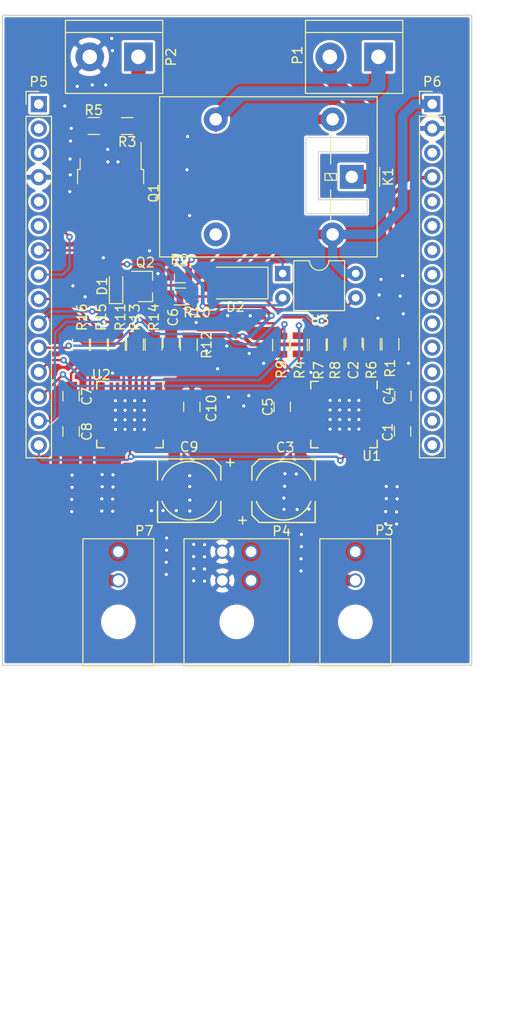
<source format=kicad_pcb>
(kicad_pcb (version 20171130) (host pcbnew 5.1.5+dfsg1-2build2)
  (layers (0 F.Cu signal) (31 B.Cu signal) (34 B.Paste user) (35 F.Paste user) (36 B.SilkS user) (37 F.SilkS user) (38 B.Mask user) (39 F.Mask user) (44 Edge.Cuts user))
  (net 0 "")
  (net 1 VIN)
  (net 2 GND)
  (net 3 VCC)
  (net 4 "Net-(C4-Pad1)")
  (net 5 "Net-(C7-Pad1)")
  (net 6 "Net-(D1-Pad2)")
  (net 7 RELAY_SIG)
  (net 8 +12V)
  (net 9 "Net-(D2-Pad2)")
  (net 10 COM)
  (net 11 NO)
  (net 12 NC)
  (net 13 OUT-)
  (net 14 OUT2_1)
  (net 15 OUT1_1)
  (net 16 "Net-(P5-Pad1)")
  (net 17 "Net-(P5-Pad2)")
  (net 18 "Net-(P5-Pad3)")
  (net 19 "Net-(P5-Pad5)")
  (net 20 "Net-(P5-Pad6)")
  (net 21 MOSFET_SIG)
  (net 22 PWM2_2)
  (net 23 EN)
  (net 24 ENB)
  (net 25 PWM2_1)
  (net 26 PWM1_1)
  (net 27 PWM1_2)
  (net 28 DIAG)
  (net 29 "Net-(P6-Pad15)")
  (net 30 "Net-(P6-Pad14)")
  (net 31 "Net-(P6-Pad13)")
  (net 32 "Net-(P6-Pad12)")
  (net 33 "Net-(P6-Pad11)")
  (net 34 "Net-(P6-Pad10)")
  (net 35 "Net-(P6-Pad9)")
  (net 36 "Net-(P6-Pad8)")
  (net 37 "Net-(P6-Pad7)")
  (net 38 "Net-(P6-Pad6)")
  (net 39 "Net-(P6-Pad5)")
  (net 40 "Net-(P6-Pad3)")
  (net 41 OUT1_2)
  (net 42 OUT2_2)
  (net 43 "Net-(Q1-Pad1)")
  (net 44 "Net-(Q2-Pad1)")
  (net 45 "Net-(R2-Pad1)")
  (net 46 "Net-(R4-Pad1)")
  (net 47 "Net-(R6-Pad1)")
  (net 48 "Net-(R7-Pad1)")
  (net 49 "Net-(R8-Pad1)")
  (net 50 "Net-(R9-Pad1)")
  (net 51 "Net-(R10-Pad2)")
  (net 52 "Net-(R11-Pad1)")
  (net 53 "Net-(R12-Pad1)")
  (net 54 "Net-(R13-Pad1)")
  (net 55 "Net-(R14-Pad1)")
  (net 56 "Net-(R15-Pad1)")
  (net 57 "Net-(U1-Pad6)")
  (net 58 "Net-(U1-Pad7)")
  (net 59 "Net-(U1-Pad10)")
  (net 60 "Net-(U1-Pad26)")
  (net 61 "Net-(U2-Pad26)")
  (net 62 "Net-(U2-Pad10)")
  (net 63 "Net-(U2-Pad7)")
  (net 64 "Net-(U2-Pad6)")
  (module Connectors_Molex:Molex_Microfit3_Header_02x01_Angled_43045-020x (layer F.Cu) (at 159.51708 127.45212)
    (fp_text reference P3 (at 3.03292 -5.22712) (layer F.SilkS))
    (fp_text value MOTOR1)
    (pad 2 thru_hole circle (at 0 -3) (size 1.5 1.5) (drill 1.1) (layers *.Cu *.Mask) (net 14 OUT2_1))
    (pad 1 thru_hole circle (at 0 0) (size 1.5 1.5) (drill 1.1) (layers *.Cu *.Mask) (net 15 OUT1_1))
    (pad "" np_thru_hole circle (at 0 4.32) (size 3.1 3.1) (drill 3.1) (layers *.Cu *.Mask))
  )
  (module Capacitors_SMD:c_elec_6.3x5.3 (layer F.Cu) (at 152.02916 118.09984)
    (fp_text reference C3 (at 0.17084 -4.52484) (layer F.SilkS))
    (fp_text value 47uF)
    (fp_text user + (at -4.2799 3.0099) (layer F.SilkS))
    (pad 1 smd rect (at -2.7 0 180) (size 3.5 1.6) (layers F.Cu F.Paste F.Mask) (net 1 VIN))
    (pad 2 smd rect (at 2.7 0 180) (size 3.5 1.6) (layers F.Cu F.Paste F.Mask) (net 2 GND))
  )
  (module Capacitors_SMD:c_elec_6.3x5.3 (layer F.Cu) (at 142.18412 118.0846 180)
    (fp_text reference C9 (at 0 4.5593) (layer F.SilkS))
    (fp_text value 47uF)
    (fp_text user + (at -4.2799 3.0099) (layer F.SilkS))
    (pad 2 smd rect (at 2.7 0) (size 3.5 1.6) (layers F.Cu F.Paste F.Mask) (net 2 GND))
    (pad 1 smd rect (at -2.7 0) (size 3.5 1.6) (layers F.Cu F.Paste F.Mask) (net 1 VIN))
  )
  (module Capacitors_SMD:C_0805 (layer F.Cu) (at 164.44976 111.90732 270)
    (fp_text reference C1 (at 0.09268 1.54976 90) (layer F.SilkS))
    (fp_text value 100nF)
    (pad 1 smd rect (at -1 0 270) (size 1 1.25) (layers F.Cu F.Paste F.Mask) (net 1 VIN))
    (pad 2 smd rect (at 1 0 270) (size 1 1.25) (layers F.Cu F.Paste F.Mask) (net 2 GND))
  )
  (module Capacitors_SMD:C_0805 (layer F.Cu) (at 159.37484 102.64572 90)
    (fp_text reference C2 (at -2.87928 -0.04984 90) (layer F.SilkS))
    (fp_text value 100nF)
    (pad 1 smd rect (at -1 0 90) (size 1 1.25) (layers F.Cu F.Paste F.Mask) (net 3 VCC))
    (pad 2 smd rect (at 1 0 90) (size 1 1.25) (layers F.Cu F.Paste F.Mask) (net 2 GND))
  )
  (module Capacitors_SMD:C_0805 (layer F.Cu) (at 164.48532 108.204 270)
    (fp_text reference C4 (at 0 1.48532 90) (layer F.SilkS))
    (fp_text value 4.7uF)
    (pad 2 smd rect (at 1 0 270) (size 1 1.25) (layers F.Cu F.Paste F.Mask) (net 2 GND))
    (pad 1 smd rect (at -1 0 270) (size 1 1.25) (layers F.Cu F.Paste F.Mask) (net 4 "Net-(C4-Pad1)"))
  )
  (module Capacitors_SMD:C_0805 (layer F.Cu) (at 151.88692 109.347 90)
    (fp_text reference C5 (at 0 -1.5 90) (layer F.SilkS))
    (fp_text value 100nF)
    (pad 2 smd rect (at 1 0 90) (size 1 1.25) (layers F.Cu F.Paste F.Mask) (net 2 GND))
    (pad 1 smd rect (at -1 0 90) (size 1 1.25) (layers F.Cu F.Paste F.Mask) (net 1 VIN))
  )
  (module Capacitors_SMD:C_0805 (layer F.Cu) (at 140.29944 102.67188 90)
    (fp_text reference C6 (at 2.67188 0.20056 90) (layer F.SilkS))
    (fp_text value 100nF)
    (pad 1 smd rect (at -1 0 90) (size 1 1.25) (layers F.Cu F.Paste F.Mask) (net 3 VCC))
    (pad 2 smd rect (at 1 0 90) (size 1 1.25) (layers F.Cu F.Paste F.Mask) (net 2 GND))
  )
  (module Capacitors_SMD:C_0805 (layer F.Cu) (at 129.85496 108.23448 270)
    (fp_text reference C7 (at 0 -1.64504 90) (layer F.SilkS))
    (fp_text value 4.7uF)
    (pad 2 smd rect (at 1 0 270) (size 1 1.25) (layers F.Cu F.Paste F.Mask) (net 2 GND))
    (pad 1 smd rect (at -1 0 270) (size 1 1.25) (layers F.Cu F.Paste F.Mask) (net 5 "Net-(C7-Pad1)"))
  )
  (module Capacitors_SMD:C_0805 (layer F.Cu) (at 129.85496 111.92256 270)
    (fp_text reference C8 (at 0 -1.64504 90) (layer F.SilkS))
    (fp_text value 100nF)
    (pad 1 smd rect (at -1 0 270) (size 1 1.25) (layers F.Cu F.Paste F.Mask) (net 1 VIN))
    (pad 2 smd rect (at 1 0 270) (size 1 1.25) (layers F.Cu F.Paste F.Mask) (net 2 GND))
  )
  (module Capacitors_SMD:C_0805 (layer F.Cu) (at 142.45844 109.347 90)
    (fp_text reference C10 (at -0.153 2.04156 90) (layer F.SilkS))
    (fp_text value 100nF)
    (pad 2 smd rect (at 1 0 90) (size 1 1.25) (layers F.Cu F.Paste F.Mask) (net 2 GND))
    (pad 1 smd rect (at -1 0 90) (size 1 1.25) (layers F.Cu F.Paste F.Mask) (net 1 VIN))
  )
  (module LEDs:LED_0805 (layer F.Cu) (at 134.55396 96.77908 90)
    (fp_text reference D1 (at 0 -1.45 90) (layer F.SilkS))
    (fp_text value "Relay On")
    (pad 2 smd rect (at 1.1 0 270) (size 1.2 1.2) (layers F.Cu F.Paste F.Mask) (net 6 "Net-(D1-Pad2)"))
    (pad 1 smd rect (at -1.1 0 270) (size 1.2 1.2) (layers F.Cu F.Paste F.Mask) (net 7 RELAY_SIG))
  )
  (module Diodes_SMD:D_SMA (layer F.Cu) (at 147.01012 96.43364 180)
    (fp_text reference D2 (at 0 -2.5) (layer F.SilkS))
    (fp_text value 1N4007)
    (pad 1 smd rect (at -2 0 180) (size 2.5 1.8) (layers F.Cu F.Paste F.Mask) (net 8 +12V))
    (pad 2 smd rect (at 2 0 180) (size 2.5 1.8) (layers F.Cu F.Paste F.Mask) (net 9 "Net-(D2-Pad2)"))
  )
  (module Relays_THT:Relay_SPDT_OMRON-G5LE-1 (layer F.Cu) (at 159.14624 85.36432 270)
    (fp_text reference K1 (at 0 -3.8 90) (layer F.SilkS))
    (fp_text value G5LE-1)
    (pad 1 thru_hole rect (at 0 0 270) (size 2.5 2.5) (drill 1.3) (layers *.Cu *.Mask) (net 10 COM))
    (pad 2 thru_hole oval (at -6 2 270) (size 2.5 2.5) (drill 1.3) (layers *.Cu *.Mask) (net 9 "Net-(D2-Pad2)"))
    (pad 3 thru_hole oval (at -6 14.2 270) (size 2.5 2.5) (drill 1.3) (layers *.Cu *.Mask) (net 11 NO))
    (pad 4 thru_hole oval (at 6 14.2 270) (size 2.5 2.5) (drill 1.3) (layers *.Cu *.Mask) (net 12 NC))
    (pad 5 thru_hole oval (at 6 2 270) (size 2.5 2.5) (drill 1.3) (layers *.Cu *.Mask) (net 8 +12V))
  )
  (module TerminalBlock:TerminalBlock_bornier-2_P5.08mm (layer F.Cu) (at 161.93516 72.8472 180)
    (fp_text reference P1 (at 8.45312 0.15748 90) (layer F.SilkS))
    (fp_text value RELAY_OUT)
    (pad 1 thru_hole rect (at 0 0 180) (size 3 3) (drill 1.52) (layers *.Cu *.Mask) (net 11 NO))
    (pad 2 thru_hole circle (at 5.08 0 180) (size 3 3) (drill 1.52) (layers *.Cu *.Mask) (net 10 COM))
  )
  (module TerminalBlock:TerminalBlock_bornier-2_P5.08mm (layer F.Cu) (at 136.88568 72.8472 180)
    (fp_text reference P2 (at -3.40868 -0.02032 90) (layer F.SilkS))
    (fp_text value MOSFET_OUT)
    (pad 2 thru_hole circle (at 5.08 0 180) (size 3 3) (drill 1.52) (layers *.Cu *.Mask) (net 2 GND))
    (pad 1 thru_hole rect (at 0 0 180) (size 3 3) (drill 1.52) (layers *.Cu *.Mask) (net 13 OUT-))
  )
  (module Connectors_Molex:Molex_Microfit3_Header_02x02_Angled_43045-040x (layer F.Cu) (at 148.6408 127.45212)
    (fp_text reference P4 (at 3.1842 -5.12712) (layer F.SilkS))
    (fp_text value MOTOR_POWER)
    (pad 3 thru_hole circle (at 0 -3) (size 1.5 1.5) (drill 1.1) (layers *.Cu *.Mask) (net 1 VIN))
    (pad 1 thru_hole circle (at 0 0) (size 1.5 1.5) (drill 1.1) (layers *.Cu *.Mask) (net 1 VIN))
    (pad 4 thru_hole circle (at -3 -3) (size 1.5 1.5) (drill 1.1) (layers *.Cu *.Mask) (net 2 GND))
    (pad 2 thru_hole circle (at -3 0) (size 1.5 1.5) (drill 1.1) (layers *.Cu *.Mask) (net 2 GND))
    (pad "" np_thru_hole circle (at -1.5 4.32) (size 3.1 3.1) (drill 3.1) (layers *.Cu *.Mask))
  )
  (module Pin_Headers:Pin_Header_Straight_1x15_Pitch2.54mm (layer F.Cu) (at 126.48692 77.77988)
    (fp_text reference P5 (at 0 -2.33) (layer F.SilkS))
    (fp_text value HEADER1)
    (pad 1 thru_hole rect (at 0 0) (size 1.7 1.7) (drill 1) (layers *.Cu *.Mask) (net 16 "Net-(P5-Pad1)"))
    (pad 2 thru_hole oval (at 0 2.54) (size 1.7 1.7) (drill 1) (layers *.Cu *.Mask) (net 17 "Net-(P5-Pad2)"))
    (pad 3 thru_hole oval (at 0 5.08) (size 1.7 1.7) (drill 1) (layers *.Cu *.Mask) (net 18 "Net-(P5-Pad3)"))
    (pad 4 thru_hole oval (at 0 7.62) (size 1.7 1.7) (drill 1) (layers *.Cu *.Mask) (net 2 GND))
    (pad 5 thru_hole oval (at 0 10.16) (size 1.7 1.7) (drill 1) (layers *.Cu *.Mask) (net 19 "Net-(P5-Pad5)"))
    (pad 6 thru_hole oval (at 0 12.7) (size 1.7 1.7) (drill 1) (layers *.Cu *.Mask) (net 20 "Net-(P5-Pad6)"))
    (pad 7 thru_hole oval (at 0 15.24) (size 1.7 1.7) (drill 1) (layers *.Cu *.Mask) (net 7 RELAY_SIG))
    (pad 8 thru_hole oval (at 0 17.78) (size 1.7 1.7) (drill 1) (layers *.Cu *.Mask) (net 21 MOSFET_SIG))
    (pad 9 thru_hole oval (at 0 20.32) (size 1.7 1.7) (drill 1) (layers *.Cu *.Mask) (net 22 PWM2_2))
    (pad 10 thru_hole oval (at 0 22.86) (size 1.7 1.7) (drill 1) (layers *.Cu *.Mask) (net 23 EN))
    (pad 11 thru_hole oval (at 0 25.4) (size 1.7 1.7) (drill 1) (layers *.Cu *.Mask) (net 24 ENB))
    (pad 12 thru_hole oval (at 0 27.94) (size 1.7 1.7) (drill 1) (layers *.Cu *.Mask) (net 25 PWM2_1))
    (pad 13 thru_hole oval (at 0 30.48) (size 1.7 1.7) (drill 1) (layers *.Cu *.Mask) (net 26 PWM1_1))
    (pad 14 thru_hole oval (at 0 33.02) (size 1.7 1.7) (drill 1) (layers *.Cu *.Mask) (net 27 PWM1_2))
    (pad 15 thru_hole oval (at 0 35.56) (size 1.7 1.7) (drill 1) (layers *.Cu *.Mask) (net 28 DIAG))
  )
  (module Pin_Headers:Pin_Header_Straight_1x15_Pitch2.54mm (layer F.Cu) (at 167.54348 77.7748)
    (fp_text reference P6 (at 0 -2.33) (layer F.SilkS))
    (fp_text value HEADER2)
    (pad 15 thru_hole oval (at 0 35.56) (size 1.7 1.7) (drill 1) (layers *.Cu *.Mask) (net 29 "Net-(P6-Pad15)"))
    (pad 14 thru_hole oval (at 0 33.02) (size 1.7 1.7) (drill 1) (layers *.Cu *.Mask) (net 30 "Net-(P6-Pad14)"))
    (pad 13 thru_hole oval (at 0 30.48) (size 1.7 1.7) (drill 1) (layers *.Cu *.Mask) (net 31 "Net-(P6-Pad13)"))
    (pad 12 thru_hole oval (at 0 27.94) (size 1.7 1.7) (drill 1) (layers *.Cu *.Mask) (net 32 "Net-(P6-Pad12)"))
    (pad 11 thru_hole oval (at 0 25.4) (size 1.7 1.7) (drill 1) (layers *.Cu *.Mask) (net 33 "Net-(P6-Pad11)"))
    (pad 10 thru_hole oval (at 0 22.86) (size 1.7 1.7) (drill 1) (layers *.Cu *.Mask) (net 34 "Net-(P6-Pad10)"))
    (pad 9 thru_hole oval (at 0 20.32) (size 1.7 1.7) (drill 1) (layers *.Cu *.Mask) (net 35 "Net-(P6-Pad9)"))
    (pad 8 thru_hole oval (at 0 17.78) (size 1.7 1.7) (drill 1) (layers *.Cu *.Mask) (net 36 "Net-(P6-Pad8)"))
    (pad 7 thru_hole oval (at 0 15.24) (size 1.7 1.7) (drill 1) (layers *.Cu *.Mask) (net 37 "Net-(P6-Pad7)"))
    (pad 6 thru_hole oval (at 0 12.7) (size 1.7 1.7) (drill 1) (layers *.Cu *.Mask) (net 38 "Net-(P6-Pad6)"))
    (pad 5 thru_hole oval (at 0 10.16) (size 1.7 1.7) (drill 1) (layers *.Cu *.Mask) (net 39 "Net-(P6-Pad5)"))
    (pad 4 thru_hole oval (at 0 7.62) (size 1.7 1.7) (drill 1) (layers *.Cu *.Mask) (net 3 VCC))
    (pad 3 thru_hole oval (at 0 5.08) (size 1.7 1.7) (drill 1) (layers *.Cu *.Mask) (net 40 "Net-(P6-Pad3)"))
    (pad 2 thru_hole oval (at 0 2.54) (size 1.7 1.7) (drill 1) (layers *.Cu *.Mask) (net 2 GND))
    (pad 1 thru_hole rect (at 0 0) (size 1.7 1.7) (drill 1) (layers *.Cu *.Mask) (net 8 +12V))
  )
  (module Connectors_Molex:Molex_Microfit3_Header_02x01_Angled_43045-020x (layer F.Cu) (at 134.79272 127.45212)
    (fp_text reference P7 (at 2.70728 -5.17712) (layer F.SilkS))
    (fp_text value MOTOR2)
    (pad "" np_thru_hole circle (at 0 4.32) (size 3.1 3.1) (drill 3.1) (layers *.Cu *.Mask))
    (pad 1 thru_hole circle (at 0 0) (size 1.5 1.5) (drill 1.1) (layers *.Cu *.Mask) (net 41 OUT1_2))
    (pad 2 thru_hole circle (at 0 -3) (size 1.5 1.5) (drill 1.1) (layers *.Cu *.Mask) (net 42 OUT2_2))
  )
  (module TO_SOT_Packages_SMD:TO-252-2 (layer F.Cu) (at 133.97992 87.06104 270)
    (fp_text reference Q1 (at 0 -4.5 90) (layer F.SilkS))
    (fp_text value AOD4184A)
    (pad 1 smd rect (at -4.2 -2.28 270) (size 2.2 1.2) (layers F.Cu F.Paste F.Mask) (net 43 "Net-(Q1-Pad1)"))
    (pad 3 smd rect (at -4.2 2.28 270) (size 2.2 1.2) (layers F.Cu F.Paste F.Mask) (net 2 GND))
    (pad 2 smd rect (at 2.1 0 270) (size 6.4 5.8) (layers F.Cu F.Mask) (net 13 OUT-))
    (pad 2 smd rect (at 3.775 1.525 270) (size 3.05 2.75) (layers F.Cu F.Paste) (net 13 OUT-))
    (pad 2 smd rect (at 0.425 -1.525 270) (size 3.05 2.75) (layers F.Cu F.Paste) (net 13 OUT-))
    (pad 2 smd rect (at 3.775 -1.525 270) (size 3.05 2.75) (layers F.Cu F.Paste) (net 13 OUT-))
    (pad 2 smd rect (at 0.425 1.525 270) (size 3.05 2.75) (layers F.Cu F.Paste) (net 13 OUT-))
  )
  (module TO_SOT_Packages_SMD:SOT-23 (layer F.Cu) (at 137.60196 96.79432)
    (fp_text reference Q2 (at 0 -2.5) (layer F.SilkS))
    (fp_text value S8050)
    (pad 1 smd rect (at -1 -0.95) (size 0.9 0.8) (layers F.Cu F.Paste F.Mask) (net 44 "Net-(Q2-Pad1)"))
    (pad 2 smd rect (at -1 0.95) (size 0.9 0.8) (layers F.Cu F.Paste F.Mask) (net 2 GND))
    (pad 3 smd rect (at 1 0) (size 0.9 0.8) (layers F.Cu F.Paste F.Mask) (net 9 "Net-(D2-Pad2)"))
  )
  (module Resistors_SMD:R_0805 (layer F.Cu) (at 163.17976 102.81412 90)
    (fp_text reference R1 (at -2.51088 -0.02976 90) (layer F.SilkS))
    (fp_text value 1)
    (pad 2 smd rect (at 0.95 0 90) (size 0.7 1.3) (layers F.Cu F.Paste F.Mask) (net 3 VCC))
    (pad 1 smd rect (at -0.95 0 90) (size 0.7 1.3) (layers F.Cu F.Paste F.Mask) (net 4 "Net-(C4-Pad1)"))
  )
  (module Resistors_SMD:R_0805 (layer F.Cu) (at 141.18336 95.52432 180)
    (fp_text reference R2 (at 0 1.52432) (layer F.SilkS))
    (fp_text value 1k)
    (pad 2 smd rect (at 0.95 0 180) (size 0.7 1.3) (layers F.Cu F.Paste F.Mask) (net 3 VCC))
    (pad 1 smd rect (at -0.95 0 180) (size 0.7 1.3) (layers F.Cu F.Paste F.Mask) (net 45 "Net-(R2-Pad1)"))
  )
  (module Resistors_SMD:R_0805 (layer F.Cu) (at 135.71728 80.06588 180)
    (fp_text reference R3 (at 0 -1.65) (layer F.SilkS))
    (fp_text value 510)
    (pad 2 smd rect (at 0.95 0 180) (size 0.7 1.3) (layers F.Cu F.Paste F.Mask) (net 43 "Net-(Q1-Pad1)"))
    (pad 1 smd rect (at -0.95 0 180) (size 0.7 1.3) (layers F.Cu F.Paste F.Mask) (net 21 MOSFET_SIG))
  )
  (module Resistors_SMD:R_0805 (layer F.Cu) (at 153.63444 102.88016 90)
    (fp_text reference R4 (at -2.59484 0.06556 90) (layer F.SilkS))
    (fp_text value 1k)
    (pad 1 smd rect (at -0.95 0 90) (size 0.7 1.3) (layers F.Cu F.Paste F.Mask) (net 46 "Net-(R4-Pad1)"))
    (pad 2 smd rect (at 0.95 0 90) (size 0.7 1.3) (layers F.Cu F.Paste F.Mask) (net 26 PWM1_1))
  )
  (module Resistors_SMD:R_0805 (layer F.Cu) (at 132.222201 80.05572)
    (fp_text reference R5 (at 0 -1.65) (layer F.SilkS))
    (fp_text value 10k)
    (pad 1 smd rect (at -0.95 0) (size 0.7 1.3) (layers F.Cu F.Paste F.Mask) (net 2 GND))
    (pad 2 smd rect (at 0.95 0) (size 0.7 1.3) (layers F.Cu F.Paste F.Mask) (net 43 "Net-(Q1-Pad1)"))
  )
  (module Resistors_SMD:R_0805 (layer F.Cu) (at 161.24428 102.82936 90)
    (fp_text reference R6 (at -2.67064 -0.04428 90) (layer F.SilkS))
    (fp_text value 1k)
    (pad 1 smd rect (at -0.95 0 90) (size 0.7 1.3) (layers F.Cu F.Paste F.Mask) (net 47 "Net-(R6-Pad1)"))
    (pad 2 smd rect (at 0.95 0 90) (size 0.7 1.3) (layers F.Cu F.Paste F.Mask) (net 3 VCC))
  )
  (module Resistors_SMD:R_0805 (layer F.Cu) (at 155.59532 102.88016 90)
    (fp_text reference R7 (at -2.66984 0.10468 90) (layer F.SilkS))
    (fp_text value 1k)
    (pad 2 smd rect (at 0.95 0 90) (size 0.7 1.3) (layers F.Cu F.Paste F.Mask) (net 23 EN))
    (pad 1 smd rect (at -0.95 0 90) (size 0.7 1.3) (layers F.Cu F.Paste F.Mask) (net 48 "Net-(R7-Pad1)"))
  )
  (module Resistors_SMD:R_0805 (layer F.Cu) (at 157.47492 102.84964 90)
    (fp_text reference R8 (at -2.67536 -0.04992 90) (layer F.SilkS))
    (fp_text value 1k)
    (pad 1 smd rect (at -0.95 0 90) (size 0.7 1.3) (layers F.Cu F.Paste F.Mask) (net 49 "Net-(R8-Pad1)"))
    (pad 2 smd rect (at 0.95 0 90) (size 0.7 1.3) (layers F.Cu F.Paste F.Mask) (net 24 ENB))
  )
  (module Resistors_SMD:R_0805 (layer F.Cu) (at 151.77008 102.91064 90)
    (fp_text reference R9 (at -2.53936 0.02992 90) (layer F.SilkS))
    (fp_text value 1k)
    (pad 2 smd rect (at 0.95 0 90) (size 0.7 1.3) (layers F.Cu F.Paste F.Mask) (net 25 PWM2_1))
    (pad 1 smd rect (at -0.95 0 90) (size 0.7 1.3) (layers F.Cu F.Paste F.Mask) (net 50 "Net-(R9-Pad1)"))
  )
  (module Resistors_SMD:R_0805 (layer F.Cu) (at 141.20876 97.8408)
    (fp_text reference R10 (at 1.79124 1.6592) (layer F.SilkS))
    (fp_text value 510)
    (pad 1 smd rect (at -0.95 0) (size 0.7 1.3) (layers F.Cu F.Paste F.Mask) (net 44 "Net-(Q2-Pad1)"))
    (pad 2 smd rect (at 0.95 0) (size 0.7 1.3) (layers F.Cu F.Paste F.Mask) (net 51 "Net-(R10-Pad2)"))
  )
  (module Resistors_SMD:R_0805 (layer F.Cu) (at 134.63524 102.85984 90)
    (fp_text reference R11 (at 2.85984 0.36476 90) (layer F.SilkS))
    (fp_text value 1k)
    (pad 1 smd rect (at -0.95 0 90) (size 0.7 1.3) (layers F.Cu F.Paste F.Mask) (net 52 "Net-(R11-Pad1)"))
    (pad 2 smd rect (at 0.95 0 90) (size 0.7 1.3) (layers F.Cu F.Paste F.Mask) (net 27 PWM1_2))
  )
  (module Resistors_SMD:R_0805 (layer F.Cu) (at 142.1384 102.89032 90)
    (fp_text reference R12 (at 0 1.8616 90) (layer F.SilkS))
    (fp_text value 1k)
    (pad 2 smd rect (at 0.95 0 90) (size 0.7 1.3) (layers F.Cu F.Paste F.Mask) (net 3 VCC))
    (pad 1 smd rect (at -0.95 0 90) (size 0.7 1.3) (layers F.Cu F.Paste F.Mask) (net 53 "Net-(R12-Pad1)"))
  )
  (module Resistors_SMD:R_0805 (layer F.Cu) (at 136.53008 102.86492 90)
    (fp_text reference R13 (at 2.86492 -0.03008 90) (layer F.SilkS))
    (fp_text value 1k)
    (pad 1 smd rect (at -0.95 0 90) (size 0.7 1.3) (layers F.Cu F.Paste F.Mask) (net 54 "Net-(R13-Pad1)"))
    (pad 2 smd rect (at 0.95 0 90) (size 0.7 1.3) (layers F.Cu F.Paste F.Mask) (net 23 EN))
  )
  (module Resistors_SMD:R_0805 (layer F.Cu) (at 138.46556 102.84968 90)
    (fp_text reference R14 (at 2.84968 0.03444 90) (layer F.SilkS))
    (fp_text value 1k)
    (pad 2 smd rect (at 0.95 0 90) (size 0.7 1.3) (layers F.Cu F.Paste F.Mask) (net 24 ENB))
    (pad 1 smd rect (at -0.95 0 90) (size 0.7 1.3) (layers F.Cu F.Paste F.Mask) (net 55 "Net-(R14-Pad1)"))
  )
  (module Resistors_SMD:R_0805 (layer F.Cu) (at 132.76072 102.87508 90)
    (fp_text reference R15 (at 2.87508 0.23928 90) (layer F.SilkS))
    (fp_text value 1k)
    (pad 1 smd rect (at -0.95 0 90) (size 0.7 1.3) (layers F.Cu F.Paste F.Mask) (net 56 "Net-(R15-Pad1)"))
    (pad 2 smd rect (at 0.95 0 90) (size 0.7 1.3) (layers F.Cu F.Paste F.Mask) (net 22 PWM2_2))
  )
  (module Resistors_SMD:R_0805 (layer F.Cu) (at 130.89128 102.87508 90)
    (fp_text reference R16 (at 2.87508 0.10872 90) (layer F.SilkS))
    (fp_text value 1)
    (pad 2 smd rect (at 0.95 0 90) (size 0.7 1.3) (layers F.Cu F.Paste F.Mask) (net 3 VCC))
    (pad 1 smd rect (at -0.95 0 90) (size 0.7 1.3) (layers F.Cu F.Paste F.Mask) (net 5 "Net-(C7-Pad1)"))
  )
  (module frizzy_ics:QFN-28-1EP_6x6mm_Pitch0.65mm (layer F.Cu) (at 158.335289 110.14444 270)
    (fp_text reference U1 (at 4.30556 -2.889711 180) (layer F.SilkS))
    (fp_text value TB9051FTG)
    (fp_poly (pts (xy 3.35 -2.63) (xy 2.56 -2.63) (xy 2.56 -3.35) (xy 3.35 -3.35)) (layer F.Cu) (width 0.01))
    (fp_poly (pts (xy 3.35 3.35) (xy 2.56 3.35) (xy 2.56 2.63) (xy 3.35 2.63)) (layer F.Cu) (width 0.01))
    (fp_poly (pts (xy -3.34 2.64) (xy -2.55 2.64) (xy -2.55 3.36) (xy -3.34 3.36)) (layer F.Cu) (width 0.01))
    (fp_poly (pts (xy -3.35 -3.34) (xy -2.56 -3.34) (xy -2.56 -2.62) (xy -3.35 -2.62)) (layer F.Cu) (width 0.01))
    (pad 1 smd rect (at -2.85 -1.95 270) (size 1 0.37) (layers F.Cu F.Paste F.Mask) (net 47 "Net-(R6-Pad1)"))
    (pad 2 smd rect (at -2.85 -1.3 270) (size 1 0.37) (layers F.Cu F.Paste F.Mask) (net 3 VCC))
    (pad 3 smd rect (at -2.85 -0.65 270) (size 1 0.37) (layers F.Cu F.Paste F.Mask) (net 49 "Net-(R8-Pad1)"))
    (pad 4 smd rect (at -2.85 0 270) (size 1 0.37) (layers F.Cu F.Paste F.Mask) (net 2 GND))
    (pad 5 smd rect (at -2.85 0.65 270) (size 1 0.37) (layers F.Cu F.Paste F.Mask) (net 48 "Net-(R7-Pad1)"))
    (pad 6 smd rect (at -2.85 1.3 270) (size 1 0.37) (layers F.Cu F.Paste F.Mask) (net 57 "Net-(U1-Pad6)"))
    (pad 7 smd rect (at -2.85 1.95 270) (size 1 0.37) (layers F.Cu F.Paste F.Mask) (net 58 "Net-(U1-Pad7)"))
    (pad 8 smd rect (at -1.95 2.85) (size 1 0.37) (layers F.Cu F.Paste F.Mask) (net 46 "Net-(R4-Pad1)"))
    (pad 9 smd rect (at -1.3 2.85) (size 1 0.37) (layers F.Cu F.Paste F.Mask) (net 50 "Net-(R9-Pad1)"))
    (pad 10 smd rect (at -0.65 2.85) (size 1 0.37) (layers F.Cu F.Paste F.Mask) (net 59 "Net-(U1-Pad10)"))
    (pad 11 smd rect (at 0 2.85) (size 1 0.37) (layers F.Cu F.Paste F.Mask) (net 1 VIN))
    (pad 12 smd rect (at 0.65 2.85) (size 1 0.37) (layers F.Cu F.Paste F.Mask) (net 1 VIN))
    (pad 13 smd rect (at 1.3 2.85) (size 1 0.37) (layers F.Cu F.Paste F.Mask) (net 15 OUT1_1))
    (pad 14 smd rect (at 1.95 2.85) (size 1 0.37) (layers F.Cu F.Paste F.Mask) (net 15 OUT1_1))
    (pad 15 smd rect (at 2.85 1.95 270) (size 1 0.37) (layers F.Cu F.Paste F.Mask) (net 2 GND))
    (pad 16 smd rect (at 2.85 1.3 270) (size 1 0.37) (layers F.Cu F.Paste F.Mask) (net 2 GND))
    (pad 17 smd rect (at 2.85 0.65 270) (size 1 0.37) (layers F.Cu F.Paste F.Mask) (net 2 GND))
    (pad 18 smd rect (at 2.85 0 270) (size 1 0.37) (layers F.Cu F.Paste F.Mask) (net 28 DIAG))
    (pad 19 smd rect (at 2.85 -0.65 270) (size 1 0.37) (layers F.Cu F.Paste F.Mask) (net 2 GND))
    (pad 20 smd rect (at 2.85 -1.3 270) (size 1 0.37) (layers F.Cu F.Paste F.Mask) (net 2 GND))
    (pad 21 smd rect (at 2.85 -1.95 270) (size 1 0.37) (layers F.Cu F.Paste F.Mask) (net 2 GND))
    (pad 22 smd rect (at 1.95 -2.85) (size 1 0.37) (layers F.Cu F.Paste F.Mask) (net 14 OUT2_1))
    (pad 23 smd rect (at 1.3 -2.85) (size 1 0.37) (layers F.Cu F.Paste F.Mask) (net 14 OUT2_1))
    (pad 24 smd rect (at 0.65 -2.85) (size 1 0.37) (layers F.Cu F.Paste F.Mask) (net 1 VIN))
    (pad 25 smd rect (at 0 -2.85) (size 1 0.37) (layers F.Cu F.Paste F.Mask) (net 1 VIN))
    (pad 26 smd rect (at -0.65 -2.85) (size 1 0.37) (layers F.Cu F.Paste F.Mask) (net 60 "Net-(U1-Pad26)"))
    (pad 27 smd rect (at -1.3 -2.85) (size 1 0.37) (layers F.Cu F.Paste F.Mask) (net 2 GND))
    (pad 28 smd rect (at -1.95 -2.85) (size 1 0.37) (layers F.Cu F.Paste F.Mask) (net 2 GND))
    (pad 33 smd rect (at 1.59375 1.59375 270) (size 1.0625 1.0625) (layers F.Cu F.Paste F.Mask) (net 2 GND))
    (pad 33 smd rect (at 1.59375 0.53125 270) (size 1.0625 1.0625) (layers F.Cu F.Paste F.Mask) (net 2 GND))
    (pad 33 smd rect (at 1.59375 -0.53125 270) (size 1.0625 1.0625) (layers F.Cu F.Paste F.Mask) (net 2 GND))
    (pad 33 smd rect (at 1.59375 -1.59375 270) (size 1.0625 1.0625) (layers F.Cu F.Paste F.Mask) (net 2 GND))
    (pad 33 smd rect (at 0.53125 1.59375 270) (size 1.0625 1.0625) (layers F.Cu F.Paste F.Mask) (net 2 GND))
    (pad 33 smd rect (at 0.53125 0.53125 270) (size 1.0625 1.0625) (layers F.Cu F.Paste F.Mask) (net 2 GND))
    (pad 33 smd rect (at 0.53125 -0.53125 270) (size 1.0625 1.0625) (layers F.Cu F.Paste F.Mask) (net 2 GND))
    (pad 33 smd rect (at 0.53125 -1.59375 270) (size 1.0625 1.0625) (layers F.Cu F.Paste F.Mask) (net 2 GND))
    (pad 33 smd rect (at -0.53125 1.59375 270) (size 1.0625 1.0625) (layers F.Cu F.Paste F.Mask) (net 2 GND))
    (pad 33 smd rect (at -0.53125 0.53125 270) (size 1.0625 1.0625) (layers F.Cu F.Paste F.Mask) (net 2 GND))
    (pad 33 smd rect (at -0.53125 -0.53125 270) (size 1.0625 1.0625) (layers F.Cu F.Paste F.Mask) (net 2 GND))
    (pad 33 smd rect (at -0.53125 -1.59375 270) (size 1.0625 1.0625) (layers F.Cu F.Paste F.Mask) (net 2 GND))
    (pad 33 smd rect (at -1.59375 1.59375 270) (size 1.0625 1.0625) (layers F.Cu F.Paste F.Mask) (net 2 GND))
    (pad 33 smd rect (at -1.59375 0.53125 270) (size 1.0625 1.0625) (layers F.Cu F.Paste F.Mask) (net 2 GND))
    (pad 33 smd rect (at -1.59375 -0.53125 270) (size 1.0625 1.0625) (layers F.Cu F.Paste F.Mask) (net 2 GND))
    (pad 33 smd rect (at -1.59375 -1.59375 270) (size 1.0625 1.0625) (layers F.Cu F.Paste F.Mask) (net 2 GND))
    (pad 29 smd rect (at -2.98 -2.94 270) (size 0.5 0.5) (layers F.Cu F.Paste F.Mask) (net 2 GND))
    (pad 30 smd rect (at -2.96 3.02 270) (size 0.5 0.5) (layers F.Cu F.Paste F.Mask) (net 2 GND))
    (pad 31 smd rect (at 2.97 -2.99 270) (size 0.5 0.5) (layers F.Cu F.Paste F.Mask) (net 2 GND))
    (pad 32 smd rect (at 3 2.99 270) (size 0.5 0.5) (layers F.Cu F.Paste F.Mask) (net 2 GND))
  )
  (module frizzy_ics:QFN-28-1EP_6x6mm_Pitch0.65mm (layer F.Cu) (at 136.002 110.14444 270)
    (fp_text reference U2 (at -4.14444 3.002 180) (layer F.SilkS))
    (fp_text value TB9051FTG)
    (fp_poly (pts (xy -3.35 -3.34) (xy -2.56 -3.34) (xy -2.56 -2.62) (xy -3.35 -2.62)) (layer F.Cu) (width 0.01))
    (fp_poly (pts (xy -3.34 2.64) (xy -2.55 2.64) (xy -2.55 3.36) (xy -3.34 3.36)) (layer F.Cu) (width 0.01))
    (fp_poly (pts (xy 3.35 3.35) (xy 2.56 3.35) (xy 2.56 2.63) (xy 3.35 2.63)) (layer F.Cu) (width 0.01))
    (fp_poly (pts (xy 3.35 -2.63) (xy 2.56 -2.63) (xy 2.56 -3.35) (xy 3.35 -3.35)) (layer F.Cu) (width 0.01))
    (pad 32 smd rect (at 3 2.99 270) (size 0.5 0.5) (layers F.Cu F.Paste F.Mask) (net 2 GND))
    (pad 31 smd rect (at 2.97 -2.99 270) (size 0.5 0.5) (layers F.Cu F.Paste F.Mask) (net 2 GND))
    (pad 30 smd rect (at -2.96 3.02 270) (size 0.5 0.5) (layers F.Cu F.Paste F.Mask) (net 2 GND))
    (pad 29 smd rect (at -2.98 -2.94 270) (size 0.5 0.5) (layers F.Cu F.Paste F.Mask) (net 2 GND))
    (pad 33 smd rect (at -1.59375 -1.59375 270) (size 1.0625 1.0625) (layers F.Cu F.Paste F.Mask) (net 2 GND))
    (pad 33 smd rect (at -1.59375 -0.53125 270) (size 1.0625 1.0625) (layers F.Cu F.Paste F.Mask) (net 2 GND))
    (pad 33 smd rect (at -1.59375 0.53125 270) (size 1.0625 1.0625) (layers F.Cu F.Paste F.Mask) (net 2 GND))
    (pad 33 smd rect (at -1.59375 1.59375 270) (size 1.0625 1.0625) (layers F.Cu F.Paste F.Mask) (net 2 GND))
    (pad 33 smd rect (at -0.53125 -1.59375 270) (size 1.0625 1.0625) (layers F.Cu F.Paste F.Mask) (net 2 GND))
    (pad 33 smd rect (at -0.53125 -0.53125 270) (size 1.0625 1.0625) (layers F.Cu F.Paste F.Mask) (net 2 GND))
    (pad 33 smd rect (at -0.53125 0.53125 270) (size 1.0625 1.0625) (layers F.Cu F.Paste F.Mask) (net 2 GND))
    (pad 33 smd rect (at -0.53125 1.59375 270) (size 1.0625 1.0625) (layers F.Cu F.Paste F.Mask) (net 2 GND))
    (pad 33 smd rect (at 0.53125 -1.59375 270) (size 1.0625 1.0625) (layers F.Cu F.Paste F.Mask) (net 2 GND))
    (pad 33 smd rect (at 0.53125 -0.53125 270) (size 1.0625 1.0625) (layers F.Cu F.Paste F.Mask) (net 2 GND))
    (pad 33 smd rect (at 0.53125 0.53125 270) (size 1.0625 1.0625) (layers F.Cu F.Paste F.Mask) (net 2 GND))
    (pad 33 smd rect (at 0.53125 1.59375 270) (size 1.0625 1.0625) (layers F.Cu F.Paste F.Mask) (net 2 GND))
    (pad 33 smd rect (at 1.59375 -1.59375 270) (size 1.0625 1.0625) (layers F.Cu F.Paste F.Mask) (net 2 GND))
    (pad 33 smd rect (at 1.59375 -0.53125 270) (size 1.0625 1.0625) (layers F.Cu F.Paste F.Mask) (net 2 GND))
    (pad 33 smd rect (at 1.59375 0.53125 270) (size 1.0625 1.0625) (layers F.Cu F.Paste F.Mask) (net 2 GND))
    (pad 33 smd rect (at 1.59375 1.59375 270) (size 1.0625 1.0625) (layers F.Cu F.Paste F.Mask) (net 2 GND))
    (pad 28 smd rect (at -1.95 -2.85) (size 1 0.37) (layers F.Cu F.Paste F.Mask) (net 2 GND))
    (pad 27 smd rect (at -1.3 -2.85) (size 1 0.37) (layers F.Cu F.Paste F.Mask) (net 2 GND))
    (pad 26 smd rect (at -0.65 -2.85) (size 1 0.37) (layers F.Cu F.Paste F.Mask) (net 61 "Net-(U2-Pad26)"))
    (pad 25 smd rect (at 0 -2.85) (size 1 0.37) (layers F.Cu F.Paste F.Mask) (net 1 VIN))
    (pad 24 smd rect (at 0.65 -2.85) (size 1 0.37) (layers F.Cu F.Paste F.Mask) (net 1 VIN))
    (pad 23 smd rect (at 1.3 -2.85) (size 1 0.37) (layers F.Cu F.Paste F.Mask) (net 42 OUT2_2))
    (pad 22 smd rect (at 1.95 -2.85) (size 1 0.37) (layers F.Cu F.Paste F.Mask) (net 42 OUT2_2))
    (pad 21 smd rect (at 2.85 -1.95 270) (size 1 0.37) (layers F.Cu F.Paste F.Mask) (net 2 GND))
    (pad 20 smd rect (at 2.85 -1.3 270) (size 1 0.37) (layers F.Cu F.Paste F.Mask) (net 2 GND))
    (pad 19 smd rect (at 2.85 -0.65 270) (size 1 0.37) (layers F.Cu F.Paste F.Mask) (net 2 GND))
    (pad 18 smd rect (at 2.85 0 270) (size 1 0.37) (layers F.Cu F.Paste F.Mask) (net 28 DIAG))
    (pad 17 smd rect (at 2.85 0.65 270) (size 1 0.37) (layers F.Cu F.Paste F.Mask) (net 2 GND))
    (pad 16 smd rect (at 2.85 1.3 270) (size 1 0.37) (layers F.Cu F.Paste F.Mask) (net 2 GND))
    (pad 15 smd rect (at 2.85 1.95 270) (size 1 0.37) (layers F.Cu F.Paste F.Mask) (net 2 GND))
    (pad 14 smd rect (at 1.95 2.85) (size 1 0.37) (layers F.Cu F.Paste F.Mask) (net 41 OUT1_2))
    (pad 13 smd rect (at 1.3 2.85) (size 1 0.37) (layers F.Cu F.Paste F.Mask) (net 41 OUT1_2))
    (pad 12 smd rect (at 0.65 2.85) (size 1 0.37) (layers F.Cu F.Paste F.Mask) (net 1 VIN))
    (pad 11 smd rect (at 0 2.85) (size 1 0.37) (layers F.Cu F.Paste F.Mask) (net 1 VIN))
    (pad 10 smd rect (at -0.65 2.85) (size 1 0.37) (layers F.Cu F.Paste F.Mask) (net 62 "Net-(U2-Pad10)"))
    (pad 9 smd rect (at -1.3 2.85) (size 1 0.37) (layers F.Cu F.Paste F.Mask) (net 56 "Net-(R15-Pad1)"))
    (pad 8 smd rect (at -1.95 2.85) (size 1 0.37) (layers F.Cu F.Paste F.Mask) (net 52 "Net-(R11-Pad1)"))
    (pad 7 smd rect (at -2.85 1.95 270) (size 1 0.37) (layers F.Cu F.Paste F.Mask) (net 63 "Net-(U2-Pad7)"))
    (pad 6 smd rect (at -2.85 1.3 270) (size 1 0.37) (layers F.Cu F.Paste F.Mask) (net 64 "Net-(U2-Pad6)"))
    (pad 5 smd rect (at -2.85 0.65 270) (size 1 0.37) (layers F.Cu F.Paste F.Mask) (net 54 "Net-(R13-Pad1)"))
    (pad 4 smd rect (at -2.85 0 270) (size 1 0.37) (layers F.Cu F.Paste F.Mask) (net 2 GND))
    (pad 3 smd rect (at -2.85 -0.65 270) (size 1 0.37) (layers F.Cu F.Paste F.Mask) (net 55 "Net-(R14-Pad1)"))
    (pad 2 smd rect (at -2.85 -1.3 270) (size 1 0.37) (layers F.Cu F.Paste F.Mask) (net 3 VCC))
    (pad 1 smd rect (at -2.85 -1.95 270) (size 1 0.37) (layers F.Cu F.Paste F.Mask) (net 53 "Net-(R12-Pad1)"))
  )
  (module Housings_DIP:DIP-4_W7.62mm (layer F.Cu) (at 151.93772 95.44304)
    (fp_text reference U3 (at 3.87096 4.88696) (layer F.SilkS))
    (fp_text value PC817)
    (pad 1 thru_hole rect (at 0 0) (size 1.6 1.6) (drill 0.8) (layers *.Cu *.Mask) (net 45 "Net-(R2-Pad1)"))
    (pad 3 thru_hole oval (at 7.62 2.54) (size 1.6 1.6) (drill 0.8) (layers *.Cu *.Mask) (net 51 "Net-(R10-Pad2)"))
    (pad 2 thru_hole oval (at 0 2.54) (size 1.6 1.6) (drill 0.8) (layers *.Cu *.Mask) (net 6 "Net-(D1-Pad2)"))
    (pad 4 thru_hole oval (at 7.62 0) (size 1.6 1.6) (drill 0.8) (layers *.Cu *.Mask) (net 8 +12V))
  )
  (gr_line (start 160.75 81.25) (end 160.75 82.75) (layer Edge.Cuts) (width 0.1))
  (gr_line (start 154.375 81.25) (end 160.75 81.25) (layer Edge.Cuts) (width 0.1))
  (gr_line (start 154.375 89.2) (end 154.375 81.25) (layer Edge.Cuts) (width 0.1))
  (gr_line (start 160.75 89.2) (end 154.375 89.2) (layer Edge.Cuts) (width 0.1))
  (gr_line (start 160.75 87.75) (end 160.75 89.2) (layer Edge.Cuts) (width 0.1))
  (gr_line (start 155.65 87.75) (end 160.75 87.75) (layer Edge.Cuts) (width 0.1))
  (gr_line (start 155.65 82.75) (end 155.65 87.75) (layer Edge.Cuts) (width 0.1))
  (gr_line (start 160.75 82.75) (end 155.65 82.75) (layer Edge.Cuts) (width 0.1))
  (gr_poly (pts (xy 163.38296 111.96828) (xy 163.38296 116.29644) (xy 160.79978 116.28374) (xy 160.77692 125.79604) (xy 157.89656 125.78842) (xy 157.89656 122.94616) (xy 159.04464 122.94616) (xy 159.04464 115.17376) (xy 162.27552 115.17884) (xy 162.2806 112.40008) (xy 162.06724 112.17148) (xy 161.05632 112.1664) (xy 161.05124 111.3028) (xy 161.05632 111.29772) (xy 162.7124 111.29772)) (layer F.Cu) (width 0.1))
  (gr_poly (pts (xy 141.16812 111.99876) (xy 141.16812 116.32692) (xy 136.75868 116.32692) (xy 136.7536 125.82144) (xy 133.40588 125.82144) (xy 133.40588 123.0122) (xy 135.33628 123.0122) (xy 135.34644 115.20932) (xy 140.06068 115.20932) (xy 140.06576 112.43056) (xy 139.8524 112.20196) (xy 138.84148 112.19688) (xy 138.8364 111.33328) (xy 138.84148 111.3282) (xy 140.49756 111.3282)) (layer F.Cu) (width 0.1))
  (gr_poly (pts (xy 155.74264 111.01832) (xy 152.78608 111.01832) (xy 152.78608 113.63452) (xy 150.25624 116.16436) (xy 150.25624 128.7018) (xy 147.17776 128.7018) (xy 147.2184 128.68656) (xy 147.16252 128.69164) (xy 147.13712 122.81916) (xy 143.9418 122.81916) (xy 143.93164 116.1034) (xy 141.64056 113.68024) (xy 141.64056 110.93196) (xy 138.84656 110.93196) (xy 138.84656 109.9566) (xy 155.74264 109.9566)) (layer F.Cu) (width 0.1))
  (gr_poly (pts (xy 133.15188 112.141) (xy 132.10032 112.141) (xy 132.11048 115.14836) (xy 131.0132 115.14836) (xy 131.00304 111.39932) (xy 133.15188 111.39932)) (layer F.Cu) (width 0.1))
  (gr_line (start 122.69216 136.2964) (end 122.69216 68.5038) (layer Edge.Cuts) (width 0.127))
  (gr_line (start 171.65828 136.2964) (end 122.69216 136.2964) (layer Edge.Cuts) (width 0.127))
  (gr_line (start 171.65828 68.5038) (end 171.65828 136.2964) (layer Edge.Cuts) (width 0.127))
  (gr_line (start 122.69216 68.5038) (end 171.65828 68.5038) (layer Edge.Cuts) (width 0.127))
  (segment (start 155.485289 110.27341) (end 155.485289 110.92341) (width 0.254) (layer F.Cu) (net 1))
  (segment (start 161.185289 110.27341) (end 161.185289 110.92341) (width 0.254) (layer F.Cu) (net 1))
  (segment (start 132.05968 110.48276) (end 132.05968 110.78464) (width 0.254) (layer F.Cu) (net 1))
  (segment (start 132.398 110.14444) (end 132.05968 110.48276) (width 0.254) (layer F.Cu) (net 1))
  (segment (start 133.152 110.14444) (end 132.398 110.14444) (width 0.254) (layer F.Cu) (net 1))
  (segment (start 133.144685 110.787125) (end 133.152 110.79444) (width 0.254) (layer F.Cu) (net 1))
  (segment (start 132.062165 110.787125) (end 133.144685 110.787125) (width 0.254) (layer F.Cu) (net 1))
  (segment (start 132.05968 110.78464) (end 132.062165 110.787125) (width 0.254) (layer F.Cu) (net 1))
  (segment (start 132.398 110.79444) (end 133.152 110.79444) (width 0.254) (layer F.Cu) (net 1))
  (segment (start 130.94844 110.79444) (end 132.398 110.79444) (width 0.254) (layer F.Cu) (net 1))
  (segment (start 130.82032 110.92256) (end 130.94844 110.79444) (width 0.254) (layer F.Cu) (net 1))
  (segment (start 129.94132 110.92256) (end 130.82032 110.92256) (width 0.254) (layer F.Cu) (net 1))
  (segment (start 131.16632 110.92256) (end 131.65984 110.42904) (width 0.6) (layer F.Cu) (net 1))
  (segment (start 129.94132 110.92256) (end 131.16632 110.92256) (width 0.6) (layer F.Cu) (net 1))
  (segment (start 133.1214 110.42904) (end 133.15188 110.39856) (width 0.6) (layer F.Cu) (net 1))
  (segment (start 131.65984 110.42904) (end 133.1214 110.42904) (width 0.6) (layer F.Cu) (net 1))
  (segment (start 133.15188 110.39856) (end 133.152 110.79444) (width 0.254) (layer F.Cu) (net 1))
  (segment (start 133.152 110.14444) (end 133.15188 110.39856) (width 0.254) (layer F.Cu) (net 1))
  (segment (start 138.852 110.14444) (end 138.852 110.79444) (width 0.254) (layer F.Cu) (net 1))
  (segment (start 142.25588 110.14444) (end 142.45844 110.347) (width 0.254) (layer F.Cu) (net 1))
  (segment (start 138.852 110.14444) (end 142.25588 110.14444) (width 0.254) (layer F.Cu) (net 1))
  (segment (start 142.45844 110.347) (end 142.45844 112.1664) (width 0.254) (layer F.Cu) (net 1))
  (segment (start 144.88412 114.59208) (end 144.88412 118.0846) (width 0.254) (layer F.Cu) (net 1))
  (segment (start 142.45844 112.1664) (end 144.88412 114.59208) (width 0.254) (layer F.Cu) (net 1))
  (segment (start 149.31392 118.0846) (end 149.32916 118.09984) (width 0.254) (layer F.Cu) (net 1))
  (segment (start 144.88412 118.0846) (end 149.31392 118.0846) (width 0.254) (layer F.Cu) (net 1))
  (segment (start 149.32916 123.76376) (end 148.6408 124.45212) (width 0.254) (layer F.Cu) (net 1))
  (segment (start 149.32916 118.09984) (end 149.32916 123.76376) (width 0.254) (layer F.Cu) (net 1))
  (segment (start 148.6408 124.45212) (end 148.6408 127.45212) (width 0.254) (layer F.Cu) (net 1))
  (segment (start 149.32916 118.09984) (end 149.32916 112.3264) (width 0.254) (layer F.Cu) (net 1))
  (segment (start 151.88692 111.101) (end 151.88692 110.347) (width 0.254) (layer F.Cu) (net 1))
  (segment (start 150.66152 112.3264) (end 151.88692 111.101) (width 0.254) (layer F.Cu) (net 1))
  (segment (start 149.32916 112.3264) (end 150.66152 112.3264) (width 0.254) (layer F.Cu) (net 1))
  (segment (start 155.282729 110.347) (end 155.485289 110.14444) (width 0.254) (layer F.Cu) (net 1))
  (segment (start 151.88692 110.347) (end 155.282729 110.347) (width 0.254) (layer F.Cu) (net 1))
  (segment (start 164.33688 110.79444) (end 164.44976 110.90732) (width 0.254) (layer F.Cu) (net 1))
  (segment (start 161.939289 110.14444) (end 162.046089 110.25124) (width 0.254) (layer F.Cu) (net 1))
  (segment (start 161.185289 110.14444) (end 161.939289 110.14444) (width 0.254) (layer F.Cu) (net 1))
  (segment (start 162.0774 110.25124) (end 162.61588 110.78972) (width 0.254) (layer F.Cu) (net 1))
  (segment (start 162.046089 110.25124) (end 162.0774 110.25124) (width 0.254) (layer F.Cu) (net 1))
  (segment (start 162.61588 110.78972) (end 164.33688 110.79444) (width 0.254) (layer F.Cu) (net 1))
  (segment (start 161.185289 110.79444) (end 162.61588 110.78972) (width 0.254) (layer F.Cu) (net 1))
  (segment (start 164.57476 110.90732) (end 165.93312 112.26568) (width 0.8) (layer F.Cu) (net 1))
  (segment (start 164.44976 110.90732) (end 164.57476 110.90732) (width 0.8) (layer F.Cu) (net 1))
  (segment (start 165.93312 112.26568) (end 165.93312 127.32512) (width 0.8) (layer F.Cu) (net 1))
  (segment (start 164.402119 128.856121) (end 152.930241 128.856121) (width 0.8) (layer F.Cu) (net 1))
  (segment (start 165.93312 127.32512) (end 164.402119 128.856121) (width 0.8) (layer F.Cu) (net 1))
  (segment (start 151.52624 127.45212) (end 148.6408 127.45212) (width 0.8) (layer F.Cu) (net 1))
  (segment (start 152.930241 128.856121) (end 151.52624 127.45212) (width 0.8) (layer F.Cu) (net 1))
  (segment (start 129.72996 110.92256) (end 129.69364 110.88624) (width 0.8) (layer F.Cu) (net 1))
  (segment (start 129.85496 110.92256) (end 129.72996 110.92256) (width 0.8) (layer F.Cu) (net 1))
  (segment (start 129.69364 110.88624) (end 128.94564 110.88624) (width 0.8) (layer F.Cu) (net 1))
  (segment (start 128.94564 110.88624) (end 128.24968 111.5822) (width 0.8) (layer F.Cu) (net 1))
  (segment (start 128.24968 111.5822) (end 128.24968 126.34976) (width 0.8) (layer F.Cu) (net 1))
  (segment (start 128.24968 126.34976) (end 131.1402 129.24028) (width 0.8) (layer F.Cu) (net 1))
  (segment (start 131.1402 129.24028) (end 148.336 129.24028) (width 0.8) (layer F.Cu) (net 1))
  (segment (start 148.6408 128.93548) (end 148.6408 127.45212) (width 0.8) (layer F.Cu) (net 1))
  (segment (start 148.336 129.24028) (end 148.6408 128.93548) (width 0.8) (layer F.Cu) (net 1))
  (segment (start 157.804039 108.67966) (end 157.804039 109.74216) (width 0.254) (layer F.Cu) (net 2))
  (segment (start 158.866539 108.67966) (end 158.866539 109.74216) (width 0.254) (layer F.Cu) (net 2))
  (segment (start 159.929039 108.67966) (end 159.929039 108.961399) (width 0.254) (layer F.Cu) (net 2))
  (segment (start 159.94105 108.97341) (end 161.185289 108.97341) (width 0.254) (layer F.Cu) (net 2))
  (segment (start 159.929039 108.961399) (end 159.94105 108.97341) (width 0.254) (layer F.Cu) (net 2))
  (segment (start 158.866539 109.74216) (end 158.866539 110.80466) (width 0.254) (layer F.Cu) (net 2))
  (segment (start 157.804039 109.74216) (end 157.804039 110.80466) (width 0.254) (layer F.Cu) (net 2))
  (segment (start 159.929039 112.76716) (end 160.285289 113.12341) (width 0.254) (layer F.Cu) (net 2))
  (segment (start 159.929039 111.86716) (end 159.929039 112.76716) (width 0.254) (layer F.Cu) (net 2))
  (segment (start 157.035289 112.16091) (end 156.741539 111.86716) (width 0.254) (layer F.Cu) (net 2))
  (segment (start 157.035289 113.12341) (end 157.035289 112.16091) (width 0.254) (layer F.Cu) (net 2))
  (segment (start 158.335289 109.21091) (end 157.804039 109.74216) (width 0.254) (layer F.Cu) (net 2))
  (segment (start 158.335289 107.42341) (end 158.335289 109.21091) (width 0.254) (layer F.Cu) (net 2))
  (segment (start 161.185289 108.32341) (end 161.185289 108.97341) (width 0.254) (layer F.Cu) (net 2))
  (segment (start 159.929039 113.089341) (end 159.929039 111.86716) (width 0.254) (layer F.Cu) (net 2))
  (segment (start 159.89497 113.12341) (end 159.929039 113.089341) (width 0.254) (layer F.Cu) (net 2))
  (segment (start 158.985289 113.12341) (end 159.89497 113.12341) (width 0.254) (layer F.Cu) (net 2))
  (segment (start 159.89497 113.12341) (end 160.285289 113.12341) (width 0.254) (layer F.Cu) (net 2))
  (segment (start 161.205289 113.12341) (end 161.325289 113.24341) (width 0.254) (layer F.Cu) (net 2))
  (segment (start 160.285289 113.12341) (end 161.205289 113.12341) (width 0.254) (layer F.Cu) (net 2))
  (segment (start 157.535289 113.27341) (end 157.685289 113.12341) (width 0.254) (layer F.Cu) (net 2))
  (segment (start 155.345289 113.27341) (end 157.535289 113.27341) (width 0.254) (layer F.Cu) (net 2))
  (segment (start 157.035289 113.12341) (end 157.685289 113.12341) (width 0.254) (layer F.Cu) (net 2))
  (segment (start 161.275289 108.23341) (end 161.185289 108.32341) (width 0.254) (layer F.Cu) (net 2))
  (segment (start 161.275289 107.29341) (end 161.275289 108.23341) (width 0.254) (layer F.Cu) (net 2))
  (segment (start 135.47075 108.55069) (end 135.47075 109.61319) (width 0.254) (layer F.Cu) (net 2))
  (segment (start 136.53325 108.55069) (end 136.53325 109.61319) (width 0.254) (layer F.Cu) (net 2))
  (segment (start 135.47075 109.61319) (end 135.47075 110.67569) (width 0.254) (layer F.Cu) (net 2))
  (segment (start 134.40825 112.70069) (end 134.702 112.99444) (width 0.254) (layer F.Cu) (net 2))
  (segment (start 134.40825 111.73819) (end 134.40825 112.70069) (width 0.254) (layer F.Cu) (net 2))
  (segment (start 134.052 112.99444) (end 135.352 112.99444) (width 0.254) (layer F.Cu) (net 2))
  (segment (start 136.652 112.99444) (end 137.952 112.99444) (width 0.254) (layer F.Cu) (net 2))
  (segment (start 138.872 112.99444) (end 138.992 113.11444) (width 0.254) (layer F.Cu) (net 2))
  (segment (start 137.952 112.99444) (end 138.872 112.99444) (width 0.254) (layer F.Cu) (net 2))
  (segment (start 137.952 112.09444) (end 137.59575 111.73819) (width 0.254) (layer F.Cu) (net 2))
  (segment (start 137.952 112.99444) (end 137.952 112.09444) (width 0.254) (layer F.Cu) (net 2))
  (segment (start 137.59575 108.38801) (end 137.59575 108.55069) (width 0.254) (layer F.Cu) (net 2))
  (segment (start 137.952 108.19444) (end 137.59575 108.55069) (width 0.254) (layer F.Cu) (net 2))
  (segment (start 138.852 108.19444) (end 137.952 108.19444) (width 0.254) (layer F.Cu) (net 2))
  (segment (start 136.827 108.84444) (end 136.53325 108.55069) (width 0.254) (layer F.Cu) (net 2))
  (segment (start 138.852 108.84444) (end 136.827 108.84444) (width 0.254) (layer F.Cu) (net 2))
  (segment (start 138.852 108.19444) (end 138.852 108.84444) (width 0.254) (layer F.Cu) (net 2))
  (segment (start 136.53325 109.61319) (end 136.53325 110.67569) (width 0.254) (layer F.Cu) (net 2))
  (segment (start 136.002 108.01944) (end 135.47075 108.55069) (width 0.254) (layer F.Cu) (net 2))
  (segment (start 136.002 107.29444) (end 136.002 108.01944) (width 0.254) (layer F.Cu) (net 2))
  (segment (start 138.852 107.25444) (end 138.942 107.16444) (width 0.254) (layer F.Cu) (net 2))
  (segment (start 138.852 108.19444) (end 138.852 107.25444) (width 0.254) (layer F.Cu) (net 2))
  (via (at 134.493 108.70184) (size 0.6858) (drill 0.3302) (layers F.Cu B.Cu) (net 2))
  (via (at 135.493 108.70184) (size 0.6858) (drill 0.3302) (layers F.Cu B.Cu) (net 2))
  (via (at 136.493 108.70184) (size 0.6858) (drill 0.3302) (layers F.Cu B.Cu) (net 2))
  (via (at 137.493 108.70184) (size 0.6858) (drill 0.3302) (layers F.Cu B.Cu) (net 2))
  (via (at 134.493 109.70184) (size 0.6858) (drill 0.3302) (layers F.Cu B.Cu) (net 2))
  (via (at 135.493 109.70184) (size 0.6858) (drill 0.3302) (layers F.Cu B.Cu) (net 2))
  (via (at 136.493 109.70184) (size 0.6858) (drill 0.3302) (layers F.Cu B.Cu) (net 2))
  (via (at 137.493 109.70184) (size 0.6858) (drill 0.3302) (layers F.Cu B.Cu) (net 2))
  (via (at 134.493 110.70184) (size 0.6858) (drill 0.3302) (layers F.Cu B.Cu) (net 2))
  (via (at 135.493 110.70184) (size 0.6858) (drill 0.3302) (layers F.Cu B.Cu) (net 2))
  (via (at 136.493 110.70184) (size 0.6858) (drill 0.3302) (layers F.Cu B.Cu) (net 2))
  (via (at 137.493 110.70184) (size 0.6858) (drill 0.3302) (layers F.Cu B.Cu) (net 2))
  (via (at 134.493 111.70184) (size 0.6858) (drill 0.3302) (layers F.Cu B.Cu) (net 2))
  (via (at 135.493 111.70184) (size 0.6858) (drill 0.3302) (layers F.Cu B.Cu) (net 2))
  (via (at 136.493 111.70184) (size 0.6858) (drill 0.3302) (layers F.Cu B.Cu) (net 2))
  (via (at 137.493 111.70184) (size 0.6858) (drill 0.3302) (layers F.Cu B.Cu) (net 2))
  (via (at 156.88564 108.67136) (size 0.6858) (drill 0.3302) (layers F.Cu B.Cu) (net 2))
  (via (at 157.88564 111.67136) (size 0.6858) (drill 0.3302) (layers F.Cu B.Cu) (net 2))
  (via (at 158.88564 111.67136) (size 0.6858) (drill 0.3302) (layers F.Cu B.Cu) (net 2))
  (via (at 159.88564 110.67136) (size 0.6858) (drill 0.3302) (layers F.Cu B.Cu) (net 2))
  (via (at 156.88564 109.67136) (size 0.6858) (drill 0.3302) (layers F.Cu B.Cu) (net 2))
  (via (at 159.88564 108.67136) (size 0.6858) (drill 0.3302) (layers F.Cu B.Cu) (net 2))
  (via (at 157.88564 109.67136) (size 0.6858) (drill 0.3302) (layers F.Cu B.Cu) (net 2))
  (via (at 158.88564 109.67136) (size 0.6858) (drill 0.3302) (layers F.Cu B.Cu) (net 2))
  (via (at 159.88564 111.67136) (size 0.6858) (drill 0.3302) (layers F.Cu B.Cu) (net 2))
  (via (at 157.88564 108.67136) (size 0.6858) (drill 0.3302) (layers F.Cu B.Cu) (net 2))
  (via (at 156.88564 110.67136) (size 0.6858) (drill 0.3302) (layers F.Cu B.Cu) (net 2))
  (via (at 157.88564 110.67136) (size 0.6858) (drill 0.3302) (layers F.Cu B.Cu) (net 2))
  (via (at 158.88564 110.67136) (size 0.6858) (drill 0.3302) (layers F.Cu B.Cu) (net 2))
  (via (at 156.88564 111.67136) (size 0.6858) (drill 0.3302) (layers F.Cu B.Cu) (net 2))
  (via (at 158.88564 108.67136) (size 0.6858) (drill 0.3302) (layers F.Cu B.Cu) (net 2))
  (via (at 159.88564 109.67136) (size 0.6858) (drill 0.3302) (layers F.Cu B.Cu) (net 2))
  (segment (start 137.493 109.51044) (end 137.59575 109.61319) (width 0.254) (layer F.Cu) (net 2))
  (segment (start 137.493 108.70184) (end 137.493 109.51044) (width 0.254) (layer F.Cu) (net 2))
  (segment (start 134.493 108.70184) (end 134.493 109.70184) (width 0.254) (layer F.Cu) (net 2))
  (segment (start 134.493 109.70184) (end 134.493 110.70184) (width 0.254) (layer F.Cu) (net 2))
  (segment (start 137.59575 110.67569) (end 136.53325 110.67569) (width 0.254) (layer F.Cu) (net 2))
  (segment (start 133.902 113.14444) (end 134.052 112.99444) (width 0.254) (layer F.Cu) (net 2))
  (segment (start 133.012 113.14444) (end 133.902 113.14444) (width 0.254) (layer F.Cu) (net 2))
  (segment (start 155.315289 107.18444) (end 155.315289 106.186609) (width 0.254) (layer F.Cu) (net 2))
  (via (at 154.88412 105.75544) (size 0.6858) (drill 0.3302) (layers F.Cu B.Cu) (net 2))
  (segment (start 155.315289 106.186609) (end 154.88412 105.75544) (width 0.254) (layer F.Cu) (net 2))
  (via (at 153.36012 116.34724) (size 0.6858) (drill 0.3302) (layers F.Cu B.Cu) (net 2))
  (via (at 152.1714 116.32184) (size 0.6858) (drill 0.3302) (layers F.Cu B.Cu) (net 2))
  (via (at 152.13584 117.63248) (size 0.6858) (drill 0.3302) (layers F.Cu B.Cu) (net 2))
  (via (at 152.06472 118.85676) (size 0.6858) (drill 0.3302) (layers F.Cu B.Cu) (net 2))
  (via (at 152.07488 120.03532) (size 0.6858) (drill 0.3302) (layers F.Cu B.Cu) (net 2))
  (via (at 153.44648 120.04548) (size 0.6858) (drill 0.3302) (layers F.Cu B.Cu) (net 2))
  (via (at 154.68092 120.02008) (size 0.6858) (drill 0.3302) (layers F.Cu B.Cu) (net 2))
  (via (at 142.23492 116.52504) (size 0.6858) (drill 0.3302) (layers F.Cu B.Cu) (net 2))
  (via (at 142.23492 117.66296) (size 0.6858) (drill 0.3302) (layers F.Cu B.Cu) (net 2))
  (via (at 142.25016 119.07012) (size 0.6858) (drill 0.3302) (layers F.Cu B.Cu) (net 2))
  (via (at 142.25016 120.20804) (size 0.6858) (drill 0.3302) (layers F.Cu B.Cu) (net 2))
  (via (at 140.83792 120.16232) (size 0.6858) (drill 0.3302) (layers F.Cu B.Cu) (net 2))
  (via (at 139.45616 120.16232) (size 0.6858) (drill 0.3302) (layers F.Cu B.Cu) (net 2))
  (via (at 138.24712 120.17756) (size 0.6858) (drill 0.3302) (layers F.Cu B.Cu) (net 2))
  (via (at 142.65148 127.49276) (size 0.6858) (drill 0.3302) (layers F.Cu B.Cu) (net 2))
  (via (at 142.65148 126.224452) (size 0.6858) (drill 0.3302) (layers F.Cu B.Cu) (net 2))
  (via (at 142.65148 124.956146) (size 0.6858) (drill 0.3302) (layers F.Cu B.Cu) (net 2))
  (via (at 142.65148 123.68784) (size 0.6858) (drill 0.3302) (layers F.Cu B.Cu) (net 2))
  (via (at 143.78432 124.986626) (size 0.6858) (drill 0.3302) (layers F.Cu B.Cu) (net 2))
  (via (at 143.78432 123.71832) (size 0.6858) (drill 0.3302) (layers F.Cu B.Cu) (net 2))
  (via (at 143.78432 127.52324) (size 0.6858) (drill 0.3302) (layers F.Cu B.Cu) (net 2))
  (via (at 143.78432 126.254932) (size 0.6858) (drill 0.3302) (layers F.Cu B.Cu) (net 2))
  (via (at 163.8808 117.67312) (size 0.6858) (drill 0.3302) (layers F.Cu B.Cu) (net 2))
  (via (at 162.74796 118.910946) (size 0.6858) (drill 0.3302) (layers F.Cu B.Cu) (net 2))
  (via (at 162.74796 117.64264) (size 0.6858) (drill 0.3302) (layers F.Cu B.Cu) (net 2))
  (via (at 163.8808 118.941426) (size 0.6858) (drill 0.3302) (layers F.Cu B.Cu) (net 2))
  (via (at 163.81984 121.567786) (size 0.6858) (drill 0.3302) (layers F.Cu B.Cu) (net 2))
  (via (at 162.687 121.537306) (size 0.6858) (drill 0.3302) (layers F.Cu B.Cu) (net 2))
  (via (at 162.687 120.269) (size 0.6858) (drill 0.3302) (layers F.Cu B.Cu) (net 2))
  (via (at 163.81984 120.29948) (size 0.6858) (drill 0.3302) (layers F.Cu B.Cu) (net 2))
  (via (at 133.10108 116.40312) (size 0.6858) (drill 0.3302) (layers F.Cu B.Cu) (net 2))
  (via (at 133.10108 117.671426) (size 0.6858) (drill 0.3302) (layers F.Cu B.Cu) (net 2))
  (via (at 134.23392 117.701906) (size 0.6858) (drill 0.3302) (layers F.Cu B.Cu) (net 2))
  (via (at 134.23392 116.4336) (size 0.6858) (drill 0.3302) (layers F.Cu B.Cu) (net 2))
  (via (at 134.19836 120.236826) (size 0.6858) (drill 0.3302) (layers F.Cu B.Cu) (net 2))
  (via (at 133.06552 118.93804) (size 0.6858) (drill 0.3302) (layers F.Cu B.Cu) (net 2))
  (via (at 133.06552 120.206346) (size 0.6858) (drill 0.3302) (layers F.Cu B.Cu) (net 2))
  (via (at 134.19836 118.96852) (size 0.6858) (drill 0.3302) (layers F.Cu B.Cu) (net 2))
  (via (at 129.96164 117.737466) (size 0.6858) (drill 0.3302) (layers F.Cu B.Cu) (net 2))
  (via (at 129.92608 119.00408) (size 0.6858) (drill 0.3302) (layers F.Cu B.Cu) (net 2))
  (via (at 129.92608 120.272386) (size 0.6858) (drill 0.3302) (layers F.Cu B.Cu) (net 2))
  (via (at 129.96164 116.46916) (size 0.6858) (drill 0.3302) (layers F.Cu B.Cu) (net 2))
  (via (at 153.88844 123.924906) (size 0.6858) (drill 0.3302) (layers F.Cu B.Cu) (net 2))
  (via (at 153.85288 126.459826) (size 0.6858) (drill 0.3302) (layers F.Cu B.Cu) (net 2))
  (via (at 153.88844 122.6566) (size 0.6858) (drill 0.3302) (layers F.Cu B.Cu) (net 2))
  (via (at 153.85288 125.19152) (size 0.6858) (drill 0.3302) (layers F.Cu B.Cu) (net 2))
  (via (at 139.827 123.02236) (size 0.6858) (drill 0.3302) (layers F.Cu B.Cu) (net 2))
  (via (at 139.79144 126.825586) (size 0.6858) (drill 0.3302) (layers F.Cu B.Cu) (net 2))
  (via (at 139.827 124.290666) (size 0.6858) (drill 0.3302) (layers F.Cu B.Cu) (net 2))
  (via (at 139.79144 125.55728) (size 0.6858) (drill 0.3302) (layers F.Cu B.Cu) (net 2))
  (via (at 142.91564 100.54844) (size 0.6858) (drill 0.3302) (layers F.Cu B.Cu) (net 2))
  (via (at 146.10588 103.00716) (size 0.6858) (drill 0.3302) (layers F.Cu B.Cu) (net 2))
  (via (at 148.44776 103.77424) (size 0.6858) (drill 0.3302) (layers F.Cu B.Cu) (net 2))
  (via (at 149.95144 104.80548) (size 0.6858) (drill 0.3302) (layers F.Cu B.Cu) (net 2))
  (via (at 143.98244 103.49992) (size 0.6858) (drill 0.3302) (layers F.Cu B.Cu) (net 2))
  (via (at 134.185521 105.83109) (size 0.6858) (drill 0.3302) (layers F.Cu B.Cu) (net 2))
  (segment (start 132.982 107.18444) (end 132.982 106.68044) (width 0.254) (layer F.Cu) (net 2))
  (segment (start 132.982 106.68044) (end 133.83135 105.83109) (width 0.254) (layer F.Cu) (net 2))
  (segment (start 133.83135 105.83109) (end 134.185521 105.83109) (width 0.254) (layer F.Cu) (net 2))
  (via (at 142.025 81.15) (size 0.6858) (drill 0.3302) (layers F.Cu B.Cu) (net 2))
  (via (at 141.95 84.625) (size 0.6858) (drill 0.3302) (layers F.Cu B.Cu) (net 2))
  (via (at 142.225 89.4) (size 0.6858) (drill 0.3302) (layers F.Cu B.Cu) (net 2))
  (via (at 162.2 96.05) (size 0.6858) (drill 0.3302) (layers F.Cu B.Cu) (net 2))
  (via (at 162 97.675) (size 0.6858) (drill 0.3302) (layers F.Cu B.Cu) (net 2))
  (via (at 164.45 95.675) (size 0.6858) (drill 0.3302) (layers F.Cu B.Cu) (net 2))
  (via (at 164.2 97.8) (size 0.6858) (drill 0.3302) (layers F.Cu B.Cu) (net 2))
  (via (at 165.075 104.8) (size 0.6858) (drill 0.3302) (layers F.Cu B.Cu) (net 2))
  (via (at 145.15 105.375) (size 0.6858) (drill 0.3302) (layers F.Cu B.Cu) (net 2))
  (via (at 146.275 108.325) (size 0.6858) (drill 0.3302) (layers F.Cu B.Cu) (net 2))
  (via (at 148.4 108.175) (size 0.6858) (drill 0.3302) (layers F.Cu B.Cu) (net 2))
  (via (at 147.875 109.25) (size 0.6858) (drill 0.3302) (layers F.Cu B.Cu) (net 2))
  (via (at 130.05 96.725) (size 0.6858) (drill 0.3302) (layers F.Cu B.Cu) (net 2))
  (via (at 131.325 97.875) (size 0.6858) (drill 0.3302) (layers F.Cu B.Cu) (net 2))
  (via (at 133.225 93.8) (size 0.6858) (drill 0.3302) (layers F.Cu B.Cu) (net 2))
  (via (at 164.525 99.65) (size 0.6858) (drill 0.3302) (layers F.Cu B.Cu) (net 2))
  (via (at 161.875 100.1) (size 0.6858) (drill 0.3302) (layers F.Cu B.Cu) (net 2))
  (via (at 148.55 99.85) (size 0.6858) (drill 0.3302) (layers F.Cu B.Cu) (net 2))
  (via (at 146.2 99.825) (size 0.6858) (drill 0.3302) (layers F.Cu B.Cu) (net 2))
  (via (at 138.05 93.075) (size 0.6858) (drill 0.3302) (layers F.Cu B.Cu) (net 2))
  (via (at 138.925 95.45) (size 0.6858) (drill 0.3302) (layers F.Cu B.Cu) (net 2))
  (via (at 133.675 82.5) (size 0.6858) (drill 0.3302) (layers F.Cu B.Cu) (net 2))
  (via (at 133.7 83.8) (size 0.6858) (drill 0.3302) (layers F.Cu B.Cu) (net 2))
  (via (at 134.75 83.8) (size 0.6858) (drill 0.3302) (layers F.Cu B.Cu) (net 2))
  (via (at 129.8 81.625) (size 0.6858) (drill 0.3302) (layers F.Cu B.Cu) (net 2))
  (via (at 129.75 83.5) (size 0.6858) (drill 0.3302) (layers F.Cu B.Cu) (net 2))
  (via (at 129.775 85.15) (size 0.6858) (drill 0.3302) (layers F.Cu B.Cu) (net 2))
  (via (at 129.725 86.9) (size 0.6858) (drill 0.3302) (layers F.Cu B.Cu) (net 2))
  (via (at 129.875 80.3) (size 0.6858) (drill 0.3302) (layers F.Cu B.Cu) (net 2))
  (via (at 129.2 77.975) (size 0.6858) (drill 0.3302) (layers F.Cu B.Cu) (net 2))
  (via (at 130.5 75.925) (size 0.6858) (drill 0.3302) (layers F.Cu B.Cu) (net 2))
  (via (at 132.075 75.775) (size 0.6858) (drill 0.3302) (layers F.Cu B.Cu) (net 2))
  (via (at 133.475 75.775) (size 0.6858) (drill 0.3302) (layers F.Cu B.Cu) (net 2))
  (via (at 134.1 70.925) (size 0.6858) (drill 0.3302) (layers F.Cu B.Cu) (net 2))
  (via (at 134.175 72.2) (size 0.6858) (drill 0.3302) (layers F.Cu B.Cu) (net 2))
  (segment (start 142.1384 101.95792) (end 142.1384 101.94032) (width 0.254) (layer F.Cu) (net 3))
  (segment (start 140.42444 103.67188) (end 142.1384 101.95792) (width 0.254) (layer F.Cu) (net 3))
  (segment (start 140.29944 103.67188) (end 140.42444 103.67188) (width 0.254) (layer F.Cu) (net 3))
  (segment (start 130.89128 102.52908) (end 131.11028 102.74808) (width 0.254) (layer F.Cu) (net 3))
  (segment (start 130.89128 101.92508) (end 130.89128 102.52908) (width 0.254) (layer F.Cu) (net 3))
  (segment (start 140.29944 102.91788) (end 140.29944 103.67188) (width 0.254) (layer F.Cu) (net 3))
  (segment (start 140.12964 102.74808) (end 140.29944 102.91788) (width 0.254) (layer F.Cu) (net 3))
  (segment (start 131.11028 102.74808) (end 140.12964 102.74808) (width 0.254) (layer F.Cu) (net 3))
  (segment (start 139.32304 105.40228) (end 140.29944 104.42588) (width 0.254) (layer F.Cu) (net 3))
  (segment (start 137.302 106.286544) (end 138.186264 105.40228) (width 0.254) (layer F.Cu) (net 3))
  (segment (start 137.302 107.29444) (end 137.302 106.286544) (width 0.254) (layer F.Cu) (net 3))
  (segment (start 138.186264 105.40228) (end 139.32304 105.40228) (width 0.254) (layer F.Cu) (net 3))
  (segment (start 140.29944 104.42588) (end 140.29944 103.67188) (width 0.254) (layer F.Cu) (net 3))
  (segment (start 159.635289 103.906169) (end 159.37484 103.64572) (width 0.254) (layer F.Cu) (net 3))
  (segment (start 159.635289 107.29444) (end 159.635289 103.906169) (width 0.254) (layer F.Cu) (net 3))
  (segment (start 159.37484 102.89172) (end 159.50324 102.76332) (width 0.254) (layer F.Cu) (net 3))
  (segment (start 159.37484 103.64572) (end 159.37484 102.89172) (width 0.254) (layer F.Cu) (net 3))
  (segment (start 159.50324 102.76332) (end 161.08172 102.76332) (width 0.254) (layer F.Cu) (net 3))
  (segment (start 161.24428 102.60076) (end 161.24428 101.87936) (width 0.254) (layer F.Cu) (net 3))
  (segment (start 161.08172 102.76332) (end 161.24428 102.60076) (width 0.254) (layer F.Cu) (net 3))
  (segment (start 163.16452 101.87936) (end 163.17976 101.86412) (width 0.4) (layer F.Cu) (net 3))
  (segment (start 161.24428 101.87936) (end 163.16452 101.87936) (width 0.4) (layer F.Cu) (net 3))
  (segment (start 159.37484 103.0986) (end 159.37484 103.64572) (width 0.4) (layer F.Cu) (net 3))
  (segment (start 148.66112 102.83952) (end 159.11576 102.83952) (width 0.4) (layer F.Cu) (net 3))
  (segment (start 147.76192 101.94032) (end 148.66112 102.83952) (width 0.4) (layer F.Cu) (net 3))
  (segment (start 159.11576 102.83952) (end 159.37484 103.0986) (width 0.4) (layer F.Cu) (net 3))
  (segment (start 142.1384 101.94032) (end 147.76192 101.94032) (width 0.4) (layer F.Cu) (net 3))
  (segment (start 140.23336 94.47432) (end 140.68704 94.02064) (width 0.4) (layer F.Cu) (net 3))
  (segment (start 140.23336 95.52432) (end 140.23336 94.47432) (width 0.4) (layer F.Cu) (net 3))
  (via (at 140.97508 94.02064) (size 0.6858) (drill 0.3302) (layers F.Cu B.Cu) (net 3))
  (segment (start 140.68704 94.02064) (end 140.97508 94.02064) (width 0.4) (layer F.Cu) (net 3))
  (via (at 147.7518 101.99116) (size 0.6858) (drill 0.3302) (layers F.Cu B.Cu) (net 3))
  (segment (start 143.59636 96.64192) (end 143.59636 98.85172) (width 0.4) (layer B.Cu) (net 3))
  (segment (start 140.97508 94.02064) (end 143.59636 96.64192) (width 0.4) (layer B.Cu) (net 3))
  (via (at 143.59636 98.85172) (size 0.6858) (drill 0.3302) (layers F.Cu B.Cu) (net 3))
  (via (at 150.76932 99.84177) (size 0.6858) (drill 0.3302) (layers F.Cu B.Cu) (net 3))
  (segment (start 150.426421 100.184669) (end 150.76932 99.84177) (width 0.4) (layer B.Cu) (net 3))
  (segment (start 150.426421 99.498871) (end 150.76932 99.84177) (width 0.4) (layer F.Cu) (net 3))
  (segment (start 147.7518 101.99116) (end 148.61993 101.99116) (width 0.4) (layer B.Cu) (net 3))
  (segment (start 143.59636 98.85172) (end 149.77927 98.85172) (width 0.4) (layer F.Cu) (net 3))
  (segment (start 148.61993 101.99116) (end 150.426421 100.184669) (width 0.4) (layer B.Cu) (net 3))
  (segment (start 149.77927 98.85172) (end 150.426421 99.498871) (width 0.4) (layer F.Cu) (net 3))
  (segment (start 163.17976 87.47252) (end 163.17976 101.86412) (width 0.4) (layer F.Cu) (net 3))
  (segment (start 165.20228 85.45) (end 163.17976 87.47252) (width 0.4) (layer F.Cu) (net 3))
  (segment (start 167.48828 85.45) (end 165.20228 85.45) (width 0.4) (layer F.Cu) (net 3))
  (segment (start 167.54348 85.3948) (end 167.48828 85.45) (width 0.4) (layer F.Cu) (net 3))
  (segment (start 163.60632 107.204) (end 164.48532 107.204) (width 0.254) (layer F.Cu) (net 4))
  (segment (start 163.17976 106.77744) (end 163.60632 107.204) (width 0.254) (layer F.Cu) (net 4))
  (segment (start 163.17976 103.76412) (end 163.17976 106.77744) (width 0.254) (layer F.Cu) (net 4))
  (segment (start 129.68732 107.06684) (end 129.85496 107.23448) (width 0.254) (layer F.Cu) (net 5))
  (segment (start 129.82448 107.204) (end 129.85496 107.23448) (width 0.254) (layer F.Cu) (net 5))
  (segment (start 130.89128 103.82508) (end 130.89128 104.85628) (width 0.254) (layer F.Cu) (net 5))
  (segment (start 129.85496 105.8926) (end 129.85496 107.23448) (width 0.254) (layer F.Cu) (net 5))
  (segment (start 130.89128 104.85628) (end 129.85496 105.8926) (width 0.254) (layer F.Cu) (net 5))
  (segment (start 134.55396 94.82508) (end 134.9012 94.47784) (width 0.254) (layer F.Cu) (net 6))
  (segment (start 134.55396 95.67908) (end 134.55396 94.82508) (width 0.254) (layer F.Cu) (net 6))
  (via (at 135.70204 94.47784) (size 0.6858) (drill 0.3302) (layers F.Cu B.Cu) (net 6))
  (segment (start 134.9012 94.47784) (end 135.70204 94.47784) (width 0.254) (layer F.Cu) (net 6))
  (segment (start 135.70204 94.47784) (end 139.13612 94.47784) (width 0.254) (layer B.Cu) (net 6))
  (segment (start 139.13612 94.47784) (end 140.28928 95.631) (width 0.254) (layer B.Cu) (net 6))
  (segment (start 140.28928 95.631) (end 140.28928 97.3074) (width 0.254) (layer B.Cu) (net 6))
  (segment (start 140.28928 97.3074) (end 141.71168 98.7298) (width 0.254) (layer B.Cu) (net 6))
  (segment (start 145.65884 98.76028) (end 151.9174 98.76028) (width 0.254) (layer B.Cu) (net 6))
  (segment (start 142.567662 99.575622) (end 144.843498 99.575622) (width 0.254) (layer B.Cu) (net 6))
  (segment (start 144.843498 99.575622) (end 145.65884 98.76028) (width 0.254) (layer B.Cu) (net 6))
  (segment (start 141.75232 98.76028) (end 142.567662 99.575622) (width 0.254) (layer B.Cu) (net 6))
  (segment (start 130.37312 93.01988) (end 126.48692 93.01988) (width 0.254) (layer F.Cu) (net 7))
  (segment (start 131.7752 94.42196) (end 130.37312 93.01988) (width 0.254) (layer F.Cu) (net 7))
  (segment (start 131.7752 96.14408) (end 131.7752 94.42196) (width 0.254) (layer F.Cu) (net 7))
  (segment (start 133.5102 97.87908) (end 131.7752 96.14408) (width 0.254) (layer F.Cu) (net 7))
  (segment (start 134.55396 97.87908) (end 133.5102 97.87908) (width 0.254) (layer F.Cu) (net 7))
  (segment (start 165.69348 77.7748) (end 164.45484 79.01344) (width 1) (layer B.Cu) (net 8))
  (segment (start 167.54348 77.7748) (end 165.69348 77.7748) (width 1) (layer B.Cu) (net 8))
  (segment (start 164.45484 79.01344) (end 164.45484 88.63076) (width 1) (layer B.Cu) (net 8))
  (segment (start 161.72128 91.36432) (end 157.14624 91.36432) (width 1) (layer B.Cu) (net 8))
  (segment (start 164.45484 88.63076) (end 161.72128 91.36432) (width 1) (layer B.Cu) (net 8))
  (segment (start 158.52648 95.44304) (end 159.55772 95.44304) (width 1) (layer B.Cu) (net 8))
  (segment (start 157.14624 94.0628) (end 158.52648 95.44304) (width 1) (layer B.Cu) (net 8))
  (segment (start 157.14624 91.36432) (end 157.14624 94.0628) (width 1) (layer B.Cu) (net 8))
  (segment (start 155.378474 91.36432) (end 157.14624 91.36432) (width 1) (layer F.Cu) (net 8))
  (segment (start 149.01012 94.53364) (end 152.17944 91.36432) (width 1) (layer F.Cu) (net 8))
  (segment (start 152.17944 91.36432) (end 155.378474 91.36432) (width 1) (layer F.Cu) (net 8))
  (segment (start 149.01012 96.43364) (end 149.01012 94.53364) (width 1) (layer F.Cu) (net 8))
  (segment (start 145.01012 94.53364) (end 145.833 93.71076) (width 1) (layer F.Cu) (net 9))
  (segment (start 145.01012 96.43364) (end 145.01012 94.53364) (width 1) (layer F.Cu) (net 9))
  (segment (start 145.833 93.71076) (end 146.9136 93.71076) (width 1) (layer F.Cu) (net 9))
  (segment (start 146.9136 93.71076) (end 152.82164 87.80272) (width 1) (layer F.Cu) (net 9))
  (segment (start 152.82164 87.80272) (end 152.82164 80.81264) (width 1) (layer F.Cu) (net 9))
  (segment (start 154.26996 79.36432) (end 157.14624 79.36432) (width 1) (layer F.Cu) (net 9))
  (segment (start 152.82164 80.81264) (end 154.26996 79.36432) (width 1) (layer F.Cu) (net 9))
  (segment (start 138.7188 96.67748) (end 142.681242 96.67748) (width 0.254) (layer F.Cu) (net 9))
  (segment (start 138.60196 96.79432) (end 138.7188 96.67748) (width 0.254) (layer F.Cu) (net 9))
  (segment (start 143.13916 96.43364) (end 145.01012 96.43364) (width 0.25) (layer F.Cu) (net 9))
  (segment (start 142.89532 96.67748) (end 143.13916 96.43364) (width 0.25) (layer F.Cu) (net 9))
  (segment (start 142.681242 96.67748) (end 142.89532 96.67748) (width 0.25) (layer F.Cu) (net 9))
  (segment (start 161.37636 85.36432) (end 159.14624 85.36432) (width 1.5) (layer F.Cu) (net 10))
  (segment (start 162.24504 84.49564) (end 161.37636 85.36432) (width 1.5) (layer F.Cu) (net 10))
  (segment (start 162.24504 80.3584) (end 162.24504 84.49564) (width 1.5) (layer F.Cu) (net 10))
  (segment (start 156.85516 74.96852) (end 162.24504 80.3584) (width 1.5) (layer F.Cu) (net 10))
  (segment (start 156.85516 72.8472) (end 156.85516 74.96852) (width 1.5) (layer F.Cu) (net 10))
  (segment (start 161.93516 72.70496) (end 161.93516 74.45896) (width 0.254) (layer B.Cu) (net 11))
  (segment (start 144.96148 78.47216) (end 144.96148 80.60384) (width 0.254) (layer B.Cu) (net 11))
  (segment (start 146.26844 77.1652) (end 144.96148 78.47216) (width 0.254) (layer B.Cu) (net 11))
  (segment (start 147.63812 76.67244) (end 144.94624 79.36432) (width 1.5) (layer B.Cu) (net 11))
  (segment (start 161.10992 76.67244) (end 147.63812 76.67244) (width 1.5) (layer B.Cu) (net 11))
  (segment (start 161.93516 75.8472) (end 161.10992 76.67244) (width 1.5) (layer B.Cu) (net 11))
  (segment (start 161.93516 72.8472) (end 161.93516 75.8472) (width 1.5) (layer B.Cu) (net 11))
  (segment (start 136.88568 75.8472) (end 139.20724 78.16876) (width 1.5) (layer F.Cu) (net 13))
  (segment (start 136.88568 72.8472) (end 136.88568 75.8472) (width 1.5) (layer F.Cu) (net 13))
  (segment (start 138.37992 89.16104) (end 133.97992 89.16104) (width 1.5) (layer F.Cu) (net 13))
  (segment (start 139.20724 88.33372) (end 138.37992 89.16104) (width 1.5) (layer F.Cu) (net 13))
  (segment (start 139.20724 78.16876) (end 139.20724 88.33372) (width 1.5) (layer F.Cu) (net 13))
  (segment (start 161.185289 111.44444) (end 161.185289 112.09444) (width 0.254) (layer F.Cu) (net 14))
  (segment (start 159.51708 117.1702) (end 159.51708 124.45212) (width 0.254) (layer F.Cu) (net 14))
  (segment (start 160.98012 115.70716) (end 159.51708 117.1702) (width 0.254) (layer F.Cu) (net 14))
  (segment (start 162.37204 115.70716) (end 160.98012 115.70716) (width 0.254) (layer F.Cu) (net 14))
  (segment (start 162.564729 115.514471) (end 162.37204 115.70716) (width 0.254) (layer F.Cu) (net 14))
  (segment (start 162.564729 112.06988) (end 162.564729 115.514471) (width 0.254) (layer F.Cu) (net 14))
  (segment (start 161.939289 111.44444) (end 162.564729 112.06988) (width 0.254) (layer F.Cu) (net 14))
  (segment (start 161.185289 111.44444) (end 161.939289 111.44444) (width 0.254) (layer F.Cu) (net 14))
  (segment (start 155.485289 111.44444) (end 155.485289 112.09444) (width 0.254) (layer F.Cu) (net 15))
  (segment (start 159.51708 127.45212) (end 156.95168 127.45212) (width 1.2) (layer F.Cu) (net 15))
  (segment (start 156.95168 127.45212) (end 155.40228 125.90272) (width 1.2) (layer F.Cu) (net 15))
  (segment (start 155.40228 125.90272) (end 155.40228 122.77344) (width 1.2) (layer F.Cu) (net 15))
  (segment (start 155.40228 122.77344) (end 157.81528 120.36044) (width 1.2) (layer F.Cu) (net 15))
  (segment (start 157.81528 120.36044) (end 157.81528 116.49964) (width 1.2) (layer F.Cu) (net 15))
  (segment (start 157.81528 116.49964) (end 156.83992 115.52428) (width 1.2) (layer F.Cu) (net 15))
  (segment (start 156.83992 115.52428) (end 154.81808 115.52428) (width 1.2) (layer F.Cu) (net 15))
  (segment (start 154.81808 115.52428) (end 153.78176 114.48796) (width 1.2) (layer F.Cu) (net 15))
  (segment (start 153.78176 114.48796) (end 153.78176 112.23752) (width 1.2) (layer F.Cu) (net 15))
  (segment (start 153.78176 112.23752) (end 154.17292 111.84636) (width 1.2) (layer F.Cu) (net 15))
  (segment (start 154.17292 111.84636) (end 155.020882 111.84636) (width 1.2) (layer F.Cu) (net 15))
  (via (at 129.70256 91.62796) (size 0.6858) (drill 0.3302) (layers F.Cu B.Cu) (net 21))
  (segment (start 129.70256 91.62796) (end 129.70256 94.86392) (width 0.254) (layer B.Cu) (net 21))
  (segment (start 129.0066 95.55988) (end 126.48692 95.55988) (width 0.254) (layer B.Cu) (net 21))
  (segment (start 129.70256 94.86392) (end 129.0066 95.55988) (width 0.254) (layer B.Cu) (net 21))
  (segment (start 128.95 80.05136) (end 128.95 90.8754) (width 0.254) (layer F.Cu) (net 21))
  (segment (start 128.95 90.8754) (end 129.70256 91.62796) (width 0.254) (layer F.Cu) (net 21))
  (segment (start 130.62712 78.37424) (end 128.95 80.05136) (width 0.254) (layer F.Cu) (net 21))
  (segment (start 135.87964 78.37424) (end 130.62712 78.37424) (width 0.254) (layer F.Cu) (net 21))
  (segment (start 136.66728 79.16188) (end 135.87964 78.37424) (width 0.254) (layer F.Cu) (net 21))
  (segment (start 136.66728 80.06588) (end 136.66728 79.16188) (width 0.254) (layer F.Cu) (net 21))
  (segment (start 132.72008 101.88444) (end 132.76072 101.92508) (width 0.254) (layer F.Cu) (net 22))
  (segment (start 127.689001 98.09988) (end 126.48692 98.09988) (width 0.254) (layer F.Cu) (net 22))
  (segment (start 129.53952 98.09988) (end 127.689001 98.09988) (width 0.254) (layer F.Cu) (net 22))
  (segment (start 132.76072 101.32108) (end 129.53952 98.09988) (width 0.254) (layer F.Cu) (net 22))
  (segment (start 132.76072 101.92508) (end 132.76072 101.32108) (width 0.254) (layer F.Cu) (net 22))
  (via (at 132.06476 99.39528) (size 0.6858) (drill 0.3302) (layers F.Cu B.Cu) (net 23))
  (segment (start 127.73152 99.39528) (end 126.48692 100.63988) (width 0.254) (layer B.Cu) (net 23))
  (segment (start 132.06476 99.39528) (end 127.73152 99.39528) (width 0.254) (layer B.Cu) (net 23))
  (segment (start 132.09016 99.42068) (end 132.06476 99.39528) (width 0.254) (layer F.Cu) (net 23))
  (segment (start 136.53008 101.31092) (end 134.63984 99.42068) (width 0.254) (layer F.Cu) (net 23))
  (segment (start 136.53008 101.91492) (end 136.53008 101.31092) (width 0.254) (layer F.Cu) (net 23))
  (segment (start 134.63984 99.42068) (end 134.45744 99.42068) (width 0.254) (layer F.Cu) (net 23))
  (segment (start 134.45744 99.42068) (end 132.09016 99.42068) (width 0.254) (layer F.Cu) (net 23))
  (segment (start 151.153784 100.62972) (end 151.769006 100.014498) (width 0.25) (layer F.Cu) (net 23))
  (segment (start 143.04772 99.42068) (end 144.25676 100.62972) (width 0.25) (layer F.Cu) (net 23))
  (segment (start 134.45744 99.42068) (end 143.04772 99.42068) (width 0.25) (layer F.Cu) (net 23))
  (segment (start 155.59532 101.33016) (end 155.59532 101.93016) (width 0.25) (layer F.Cu) (net 23))
  (segment (start 144.25676 100.62972) (end 151.153784 100.62972) (width 0.25) (layer F.Cu) (net 23))
  (segment (start 151.769006 100.014498) (end 154.279658 100.014498) (width 0.25) (layer F.Cu) (net 23))
  (segment (start 154.279658 100.014498) (end 155.59532 101.33016) (width 0.25) (layer F.Cu) (net 23))
  (via (at 137.03808 100.28936) (size 0.6858) (drill 0.3302) (layers F.Cu B.Cu) (net 24))
  (segment (start 138.46556 101.89968) (end 138.46556 101.29568) (width 0.254) (layer F.Cu) (net 24))
  (segment (start 138.46556 101.29568) (end 137.45924 100.28936) (width 0.254) (layer F.Cu) (net 24))
  (segment (start 137.45924 100.28936) (end 137.03808 100.28936) (width 0.254) (layer F.Cu) (net 24))
  (via (at 129.60859 102.9716) (size 0.6858) (drill 0.3302) (layers F.Cu B.Cu) (net 24))
  (segment (start 126.48692 103.17988) (end 129.40031 103.17988) (width 0.254) (layer F.Cu) (net 24))
  (segment (start 134.35584 102.9716) (end 129.60859 102.9716) (width 0.254) (layer B.Cu) (net 24))
  (segment (start 129.40031 103.17988) (end 129.60859 102.9716) (width 0.254) (layer F.Cu) (net 24))
  (segment (start 137.03808 100.28936) (end 134.35584 102.9716) (width 0.254) (layer B.Cu) (net 24))
  (segment (start 157.47492 101.29964) (end 156.56624 100.39096) (width 0.25) (layer F.Cu) (net 24))
  (segment (start 157.47492 101.89964) (end 157.47492 101.29964) (width 0.25) (layer F.Cu) (net 24))
  (segment (start 156.56624 100.39096) (end 156.01696 100.39096) (width 0.25) (layer F.Cu) (net 24))
  (via (at 156.01696 100.39096) (size 0.6858) (drill 0.3302) (layers F.Cu B.Cu) (net 24))
  (segment (start 145.923 101.755866) (end 138.504586 101.755866) (width 0.25) (layer B.Cu) (net 24))
  (segment (start 146.971094 102.80396) (end 145.923 101.755866) (width 0.25) (layer B.Cu) (net 24))
  (segment (start 148.9964 102.80396) (end 146.971094 102.80396) (width 0.25) (layer B.Cu) (net 24))
  (segment (start 138.504586 101.755866) (end 137.03808 100.28936) (width 0.25) (layer B.Cu) (net 24))
  (segment (start 152.01392 99.78644) (end 148.9964 102.80396) (width 0.25) (layer B.Cu) (net 24))
  (segment (start 154.45232 99.78644) (end 152.01392 99.78644) (width 0.25) (layer B.Cu) (net 24))
  (segment (start 155.05684 100.39096) (end 154.45232 99.78644) (width 0.25) (layer B.Cu) (net 24))
  (segment (start 156.01696 100.39096) (end 155.05684 100.39096) (width 0.25) (layer B.Cu) (net 24))
  (segment (start 151.77008 101.36064) (end 152.0444 101.08632) (width 0.25) (layer F.Cu) (net 25))
  (segment (start 151.77008 101.96064) (end 151.77008 101.36064) (width 0.25) (layer F.Cu) (net 25))
  (via (at 152.11552 100.7364) (size 0.6858) (drill 0.3302) (layers F.Cu B.Cu) (net 25))
  (segment (start 152.0444 100.80752) (end 152.11552 100.7364) (width 0.25) (layer F.Cu) (net 25))
  (segment (start 152.0444 101.08632) (end 152.0444 100.80752) (width 0.25) (layer F.Cu) (net 25))
  (via (at 129.07264 104.47528) (size 0.6858) (drill 0.3302) (layers F.Cu B.Cu) (net 25))
  (segment (start 127.73152 104.47528) (end 126.48692 105.71988) (width 0.25) (layer F.Cu) (net 25))
  (segment (start 129.07264 104.47528) (end 127.73152 104.47528) (width 0.25) (layer F.Cu) (net 25))
  (segment (start 152.11552 100.7364) (end 152.11552 103.9622) (width 0.25) (layer B.Cu) (net 25))
  (segment (start 152.11552 103.9622) (end 149.52472 106.553) (width 0.25) (layer B.Cu) (net 25))
  (segment (start 149.52472 106.553) (end 131.15036 106.553) (width 0.25) (layer B.Cu) (net 25))
  (segment (start 131.15036 106.553) (end 129.415539 104.818179) (width 0.25) (layer B.Cu) (net 25))
  (segment (start 129.415539 104.818179) (end 129.07264 104.47528) (width 0.25) (layer B.Cu) (net 25))
  (segment (start 153.63444 101.93016) (end 153.63444 100.86848) (width 0.25) (layer F.Cu) (net 26))
  (via (at 153.63444 100.86848) (size 0.6858) (drill 0.3302) (layers F.Cu B.Cu) (net 26))
  (via (at 129.01168 105.9688) (size 0.6858) (drill 0.3302) (layers F.Cu B.Cu) (net 26))
  (segment (start 126.7206 108.25988) (end 126.48692 108.25988) (width 0.25) (layer F.Cu) (net 26))
  (segment (start 129.01168 105.9688) (end 126.7206 108.25988) (width 0.25) (layer F.Cu) (net 26))
  (segment (start 130.21056 107.16768) (end 129.01168 105.9688) (width 0.25) (layer B.Cu) (net 26))
  (segment (start 153.67508 104.05364) (end 150.56104 107.16768) (width 0.25) (layer B.Cu) (net 26))
  (segment (start 153.63444 101.353413) (end 153.67508 101.394053) (width 0.25) (layer B.Cu) (net 26))
  (segment (start 150.56104 107.16768) (end 130.21056 107.16768) (width 0.25) (layer B.Cu) (net 26))
  (segment (start 153.67508 101.394053) (end 153.67508 104.05364) (width 0.25) (layer B.Cu) (net 26))
  (segment (start 153.63444 100.86848) (end 153.63444 101.353413) (width 0.25) (layer B.Cu) (net 26))
  (segment (start 134.63524 101.30584) (end 133.81688 100.48748) (width 0.254) (layer F.Cu) (net 27))
  (segment (start 134.63524 101.90984) (end 134.63524 101.30584) (width 0.254) (layer F.Cu) (net 27))
  (via (at 133.26872 100.48748) (size 0.6858) (drill 0.3302) (layers F.Cu B.Cu) (net 27))
  (segment (start 133.81688 100.48748) (end 133.26872 100.48748) (width 0.254) (layer F.Cu) (net 27))
  (segment (start 127.689001 110.79988) (end 126.48692 110.79988) (width 0.254) (layer B.Cu) (net 27))
  (segment (start 128.16332 110.325561) (end 127.689001 110.79988) (width 0.254) (layer B.Cu) (net 27))
  (segment (start 128.16332 101.64572) (end 128.16332 110.325561) (width 0.254) (layer B.Cu) (net 27))
  (segment (start 129.32156 100.48748) (end 128.16332 101.64572) (width 0.254) (layer B.Cu) (net 27))
  (segment (start 133.26872 100.48748) (end 129.32156 100.48748) (width 0.254) (layer B.Cu) (net 27))
  (via (at 136.09828 114.54892) (size 0.6858) (drill 0.3302) (layers F.Cu B.Cu) (net 28))
  (segment (start 136.002 114.45264) (end 136.002 112.99444) (width 0.254) (layer F.Cu) (net 28))
  (segment (start 136.09828 114.54892) (end 136.002 114.45264) (width 0.254) (layer F.Cu) (net 28))
  (segment (start 126.48692 114.541961) (end 126.48692 113.33988) (width 0.254) (layer B.Cu) (net 28))
  (segment (start 126.836778 114.891819) (end 126.48692 114.541961) (width 0.254) (layer B.Cu) (net 28))
  (segment (start 135.755381 114.891819) (end 126.836778 114.891819) (width 0.254) (layer B.Cu) (net 28))
  (segment (start 136.09828 114.54892) (end 135.755381 114.891819) (width 0.254) (layer B.Cu) (net 28))
  (segment (start 157.557248 114.54892) (end 157.952958 114.94463) (width 0.254) (layer B.Cu) (net 28))
  (via (at 157.952958 114.94463) (size 0.6858) (drill 0.3302) (layers F.Cu B.Cu) (net 28))
  (segment (start 158.335289 112.99444) (end 158.335289 114.562299) (width 0.254) (layer F.Cu) (net 28))
  (segment (start 136.09828 114.54892) (end 157.557248 114.54892) (width 0.254) (layer B.Cu) (net 28))
  (segment (start 158.335289 114.562299) (end 157.952958 114.94463) (width 0.254) (layer F.Cu) (net 28))
  (segment (start 133.152 111.44444) (end 133.152 112.09444) (width 0.254) (layer F.Cu) (net 41))
  (segment (start 134.79272 127.45212) (end 133.0198 127.45212) (width 1.2) (layer F.Cu) (net 41))
  (segment (start 133.0198 127.45212) (end 131.56184 125.99416) (width 1.2) (layer F.Cu) (net 41))
  (segment (start 131.56184 125.99416) (end 131.56184 114.51844) (width 1.2) (layer F.Cu) (net 41))
  (segment (start 131.56184 114.51844) (end 131.56184 112.1918) (width 0.2) (layer F.Cu) (net 41))
  (segment (start 132.3092 111.44444) (end 133.152 111.44444) (width 0.2) (layer F.Cu) (net 41))
  (segment (start 131.56184 112.1918) (end 132.3092 111.44444) (width 0.2) (layer F.Cu) (net 41))
  (segment (start 138.852 111.44444) (end 138.852 112.09444) (width 0.254) (layer F.Cu) (net 42))
  (segment (start 135.81888 116.59108) (end 135.81888 123.42596) (width 0.254) (layer F.Cu) (net 42))
  (segment (start 136.5758 115.83416) (end 135.81888 116.59108) (width 0.254) (layer F.Cu) (net 42))
  (segment (start 139.26312 115.83416) (end 136.5758 115.83416) (width 0.254) (layer F.Cu) (net 42))
  (segment (start 140.50772 114.58956) (end 139.26312 115.83416) (width 0.254) (layer F.Cu) (net 42))
  (segment (start 140.50772 112.57788) (end 140.50772 114.58956) (width 0.254) (layer F.Cu) (net 42))
  (segment (start 135.81888 123.42596) (end 134.79272 124.45212) (width 0.254) (layer F.Cu) (net 42))
  (segment (start 140.02428 112.09444) (end 140.50772 112.57788) (width 0.254) (layer F.Cu) (net 42))
  (segment (start 138.852 112.09444) (end 140.02428 112.09444) (width 0.254) (layer F.Cu) (net 42))
  (segment (start 134.75712 80.05572) (end 134.76728 80.06588) (width 0.254) (layer F.Cu) (net 43))
  (segment (start 133.172201 80.05572) (end 134.75712 80.05572) (width 0.254) (layer F.Cu) (net 43))
  (segment (start 135.40592 82.86104) (end 136.25992 82.86104) (width 0.254) (layer F.Cu) (net 43))
  (segment (start 134.76728 82.2224) (end 135.40592 82.86104) (width 0.254) (layer F.Cu) (net 43))
  (segment (start 134.76728 80.06588) (end 134.76728 82.2224) (width 0.254) (layer F.Cu) (net 43))
  (segment (start 139.65476 97.8408) (end 140.25876 97.8408) (width 0.254) (layer F.Cu) (net 44))
  (segment (start 138.112638 97.8408) (end 139.65476 97.8408) (width 0.254) (layer F.Cu) (net 44))
  (segment (start 137.432961 97.161123) (end 138.112638 97.8408) (width 0.254) (layer F.Cu) (net 44))
  (segment (start 137.432961 95.971321) (end 137.432961 97.161123) (width 0.254) (layer F.Cu) (net 44))
  (segment (start 137.30596 95.84432) (end 137.432961 95.971321) (width 0.254) (layer F.Cu) (net 44))
  (segment (start 136.60196 95.84432) (end 137.30596 95.84432) (width 0.254) (layer F.Cu) (net 44))
  (segment (start 151.93772 94.39304) (end 151.35196 93.80728) (width 0.25) (layer B.Cu) (net 45))
  (segment (start 151.93772 95.44304) (end 151.93772 94.39304) (width 0.25) (layer B.Cu) (net 45))
  (segment (start 151.35196 93.80728) (end 142.62608 93.80728) (width 0.25) (layer B.Cu) (net 45))
  (via (at 142.43304 94.00032) (size 0.6858) (drill 0.3302) (layers F.Cu B.Cu) (net 45))
  (segment (start 142.62608 93.80728) (end 142.43304 94.00032) (width 0.25) (layer B.Cu) (net 45))
  (segment (start 142.09776 95.48872) (end 142.13336 95.52432) (width 0.25) (layer F.Cu) (net 45))
  (segment (start 142.09776 94.3356) (end 142.09776 95.48872) (width 0.25) (layer F.Cu) (net 45))
  (segment (start 142.43304 94.00032) (end 142.09776 94.3356) (width 0.25) (layer F.Cu) (net 45))
  (segment (start 153.63444 107.097591) (end 154.731289 108.19444) (width 0.254) (layer F.Cu) (net 46))
  (segment (start 154.731289 108.19444) (end 155.485289 108.19444) (width 0.254) (layer F.Cu) (net 46))
  (segment (start 153.63444 103.83016) (end 153.63444 107.097591) (width 0.254) (layer F.Cu) (net 46))
  (segment (start 160.285289 106.54044) (end 160.285289 107.29444) (width 0.254) (layer F.Cu) (net 47))
  (segment (start 160.285289 105.342351) (end 160.285289 106.54044) (width 0.254) (layer F.Cu) (net 47))
  (segment (start 161.24428 104.38336) (end 160.285289 105.342351) (width 0.254) (layer F.Cu) (net 47))
  (segment (start 161.24428 103.77936) (end 161.24428 104.38336) (width 0.254) (layer F.Cu) (net 47))
  (segment (start 155.86964 105.10012) (end 155.86964 104.10448) (width 0.254) (layer F.Cu) (net 48))
  (segment (start 157.39896 105.3338) (end 156.10332 105.3338) (width 0.254) (layer F.Cu) (net 48))
  (segment (start 156.10332 105.3338) (end 155.86964 105.10012) (width 0.254) (layer F.Cu) (net 48))
  (segment (start 157.685289 105.620129) (end 157.39896 105.3338) (width 0.254) (layer F.Cu) (net 48))
  (segment (start 155.86964 104.10448) (end 155.59532 103.83016) (width 0.254) (layer F.Cu) (net 48))
  (segment (start 157.685289 107.29444) (end 157.685289 105.620129) (width 0.254) (layer F.Cu) (net 48))
  (segment (start 158.985289 105.914009) (end 158.985289 107.29444) (width 0.254) (layer F.Cu) (net 49))
  (segment (start 157.47492 104.40364) (end 158.985289 105.914009) (width 0.254) (layer F.Cu) (net 49))
  (segment (start 157.47492 103.79964) (end 157.47492 104.40364) (width 0.254) (layer F.Cu) (net 49))
  (segment (start 151.77008 104.46464) (end 152.9334 105.62796) (width 0.254) (layer F.Cu) (net 50))
  (segment (start 151.77008 103.86064) (end 151.77008 104.46464) (width 0.254) (layer F.Cu) (net 50))
  (segment (start 152.9334 105.62796) (end 152.9334 107.44708) (width 0.254) (layer F.Cu) (net 50))
  (segment (start 154.33076 108.84444) (end 155.485289 108.84444) (width 0.254) (layer F.Cu) (net 50))
  (segment (start 152.9334 107.44708) (end 154.33076 108.84444) (width 0.254) (layer F.Cu) (net 50))
  (segment (start 151.176794 99.185908) (end 158.354852 99.185908) (width 0.25) (layer F.Cu) (net 51))
  (segment (start 158.354852 99.185908) (end 158.757721 98.783039) (width 0.25) (layer F.Cu) (net 51))
  (segment (start 158.757721 98.783039) (end 159.55772 97.98304) (width 0.25) (layer F.Cu) (net 51))
  (segment (start 142.15876 97.8408) (end 149.831686 97.8408) (width 0.25) (layer F.Cu) (net 51))
  (segment (start 149.831686 97.8408) (end 151.176794 99.185908) (width 0.25) (layer F.Cu) (net 51))
  (segment (start 132.837 108.19444) (end 133.152 108.19444) (width 0.254) (layer F.Cu) (net 52))
  (segment (start 132.350999 107.708439) (end 132.837 108.19444) (width 0.254) (layer F.Cu) (net 52))
  (segment (start 132.350999 106.444561) (end 132.350999 107.708439) (width 0.254) (layer F.Cu) (net 52))
  (segment (start 134.28472 103.86036) (end 134.28472 104.51084) (width 0.254) (layer F.Cu) (net 52))
  (segment (start 134.28472 104.51084) (end 132.350999 106.444561) (width 0.254) (layer F.Cu) (net 52))
  (segment (start 134.33524 103.80984) (end 134.28472 103.86036) (width 0.254) (layer F.Cu) (net 52))
  (segment (start 134.63524 103.80984) (end 134.33524 103.80984) (width 0.254) (layer F.Cu) (net 52))
  (segment (start 140.672429 105.910291) (end 138.396689 105.910291) (width 0.254) (layer F.Cu) (net 53))
  (segment (start 138.396689 105.910291) (end 137.952 106.35498) (width 0.254) (layer F.Cu) (net 53))
  (segment (start 142.1384 104.44432) (end 140.672429 105.910291) (width 0.254) (layer F.Cu) (net 53))
  (segment (start 137.952 106.35498) (end 137.952 107.29444) (width 0.254) (layer F.Cu) (net 53))
  (segment (start 142.1384 103.84032) (end 142.1384 104.44432) (width 0.254) (layer F.Cu) (net 53))
  (segment (start 135.352 106.54044) (end 135.352 107.29444) (width 0.254) (layer F.Cu) (net 54))
  (segment (start 135.352 105.597) (end 135.352 106.54044) (width 0.254) (layer F.Cu) (net 54))
  (segment (start 136.53008 104.41892) (end 135.352 105.597) (width 0.254) (layer F.Cu) (net 54))
  (segment (start 136.53008 103.81492) (end 136.53008 104.41892) (width 0.254) (layer F.Cu) (net 54))
  (segment (start 136.652 106.21724) (end 136.652 106.54044) (width 0.254) (layer F.Cu) (net 55))
  (segment (start 138.46556 103.79968) (end 138.46556 104.40368) (width 0.254) (layer F.Cu) (net 55))
  (segment (start 136.652 106.54044) (end 136.652 107.29444) (width 0.254) (layer F.Cu) (net 55))
  (segment (start 138.46556 104.40368) (end 136.652 106.21724) (width 0.254) (layer F.Cu) (net 55))
  (segment (start 131.842988 105.814652) (end 132.62356 105.03408) (width 0.254) (layer F.Cu) (net 56))
  (segment (start 133.152 108.84444) (end 132.398 108.84444) (width 0.254) (layer F.Cu) (net 56))
  (segment (start 132.62356 103.96224) (end 132.76072 103.82508) (width 0.254) (layer F.Cu) (net 56))
  (segment (start 132.398 108.84444) (end 131.842988 108.289428) (width 0.254) (layer F.Cu) (net 56))
  (segment (start 131.842988 108.289428) (end 131.842988 105.814652) (width 0.254) (layer F.Cu) (net 56))
  (segment (start 132.62356 105.03408) (end 132.62356 103.96224) (width 0.254) (layer F.Cu) (net 56))
  (zone (net 2) (net_name GND) (layer F.Cu) (connect_pads (clearance 0.1524)) (min_thickness 0.254) (fill yes (arc_segments 32) (thermal_gap 0.508) (thermal_bridge_width 0.508))
    (polygon (pts (xy 171.6532 136.33704) (xy 122.69724 136.29132) (xy 122.69724 68.52412) (xy 122.70232 68.51904) (xy 171.6532 68.51904)))
  )
  (zone (net 2) (net_name GND) (layer B.Cu) (connect_pads (clearance 0.1524)) (min_thickness 0.254) (fill yes (arc_segments 32) (thermal_gap 0.508) (thermal_bridge_width 0.508))
    (polygon (pts (xy 171.64812 136.28624) (xy 122.70232 136.28624) (xy 122.70232 68.51396) (xy 171.64812 68.51396)))
  )
)
</source>
